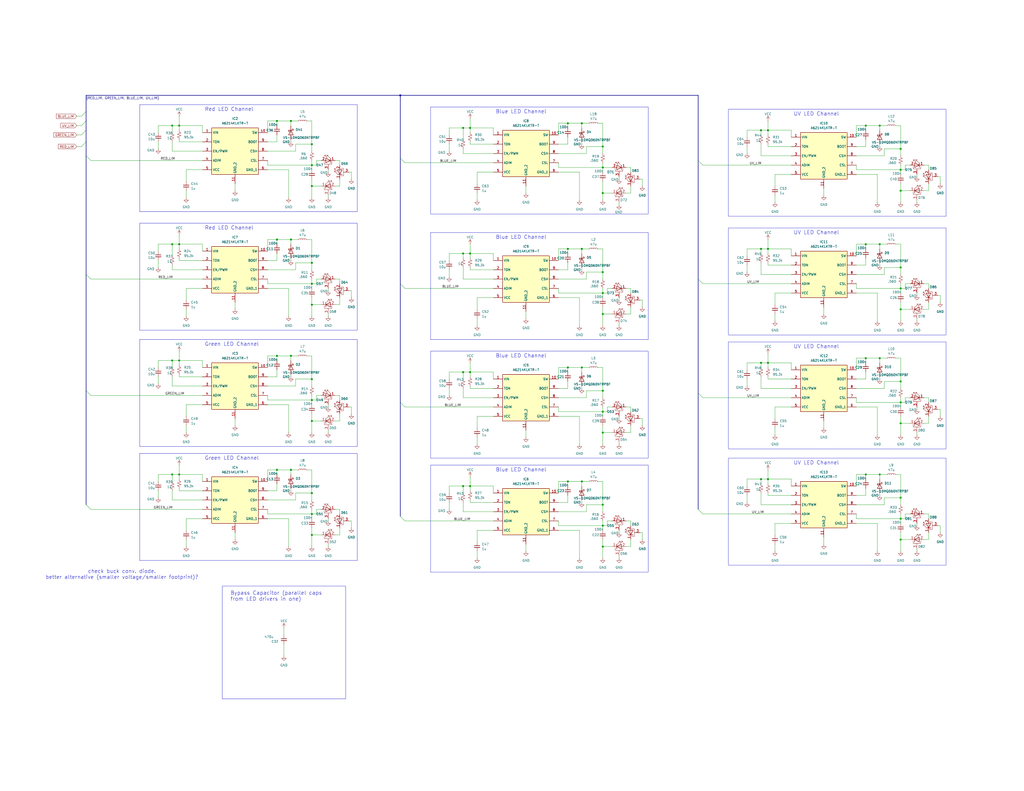
<source format=kicad_sch>
(kicad_sch (version 20231120) (generator "eeschema") (generator_version "8.0")
  (paper "C")
  (junction (at 252.73 265.43))
  (junction (at 309.88 135.89))
  (junction (at 151.13 194.31))
  (junction (at 480.06 259.08))
  (junction (at 170.18 280.67))
  (junction (at 170.18 101.6))
  (junction (at 472.44 68.58))
  (junction (at 328.93 287.02))
  (junction (at 170.18 269.24))
  (junction (at 491.49 168.91))
  (junction (at 328.93 298.45))
  (junction (at 93.98 133.35))
  (junction (at 491.49 157.48))
  (junction (at 151.13 130.81))
  (junction (at 328.93 224.79))
  (junction (at 317.5 67.31))
  (junction (at 328.93 91.44))
  (junction (at 472.44 133.35))
  (junction (at 472.44 195.58))
  (junction (at 328.93 213.36))
  (junction (at 97.79 259.08))
  (junction (at 419.1 198.12))
  (junction (at 97.79 68.58))
  (junction (at 419.1 71.12))
  (junction (at 93.98 68.58))
  (junction (at 252.73 138.43))
  (junction (at 170.18 90.17))
  (junction (at 472.44 259.08))
  (junction (at 170.18 78.74))
  (junction (at 170.18 229.87))
  (junction (at 491.49 283.21))
  (junction (at 317.5 135.89))
  (junction (at 328.93 275.59))
  (junction (at 97.79 196.85))
  (junction (at 480.06 195.58))
  (junction (at 328.93 160.02))
  (junction (at 491.49 219.71))
  (junction (at 218.44 52.07))
  (junction (at 158.75 256.54))
  (junction (at 491.49 271.78))
  (junction (at 256.54 265.43))
  (junction (at 317.5 262.89))
  (junction (at 317.5 200.66))
  (junction (at 256.54 203.2))
  (junction (at 491.49 146.05))
  (junction (at 309.88 262.89))
  (junction (at 252.73 203.2))
  (junction (at 328.93 236.22))
  (junction (at 491.49 81.28))
  (junction (at 328.93 80.01))
  (junction (at 309.88 200.66))
  (junction (at 415.29 71.12))
  (junction (at 419.1 261.62))
  (junction (at 151.13 256.54))
  (junction (at 170.18 218.44))
  (junction (at 491.49 231.14))
  (junction (at 170.18 143.51))
  (junction (at 491.49 92.71))
  (junction (at 480.06 133.35))
  (junction (at 415.29 261.62))
  (junction (at 328.93 148.59))
  (junction (at 93.98 196.85))
  (junction (at 170.18 166.37))
  (junction (at 170.18 292.1))
  (junction (at 170.18 154.94))
  (junction (at 256.54 69.85))
  (junction (at 415.29 198.12))
  (junction (at 158.75 130.81))
  (junction (at 328.93 171.45))
  (junction (at 309.88 67.31))
  (junction (at 419.1 135.89))
  (junction (at 97.79 133.35))
  (junction (at 170.18 207.01))
  (junction (at 480.06 68.58))
  (junction (at 256.54 138.43))
  (junction (at 151.13 66.04))
  (junction (at 491.49 294.64))
  (junction (at 158.75 66.04))
  (junction (at 252.73 69.85))
  (junction (at 491.49 104.14))
  (junction (at 158.75 194.31))
  (junction (at 93.98 259.08))
  (junction (at 328.93 105.41))
  (junction (at 491.49 208.28))
  (junction (at 415.29 135.89))
  (bus_entry (at 381 214.63) (size 2.54 2.54))
  (bus_entry (at 218.44 86.36) (size 2.54 2.54))
  (bus_entry (at 46.99 77.47) (size -2.54 2.54))
  (bus_entry (at 381 152.4) (size 2.54 2.54))
  (bus_entry (at 46.99 71.12) (size -2.54 2.54))
  (bus_entry (at 218.44 154.94) (size 2.54 2.54))
  (bus_entry (at 46.99 149.86) (size 2.54 2.54))
  (bus_entry (at 46.99 60.96) (size -2.54 2.54))
  (bus_entry (at 381 278.13) (size 2.54 2.54))
  (bus_entry (at 381 87.63) (size 2.54 2.54))
  (bus_entry (at 218.44 281.94) (size 2.54 2.54))
  (bus_entry (at 218.44 219.71) (size 2.54 2.54))
  (bus_entry (at 46.99 85.09) (size 2.54 2.54))
  (bus_entry (at 46.99 275.59) (size 2.54 2.54))
  (bus_entry (at 46.99 213.36) (size 2.54 2.54))
  (bus_entry (at 46.99 66.04) (size -2.54 2.54))
  (bus (pts (xy 46.99 77.47) (xy 46.99 85.09)))
  (wire (pts (xy 506.73 227.33) (xy 506.73 231.14)))
  (wire (pts (xy 97.79 140.97) (xy 97.79 142.24)))
  (wire (pts (xy 309.88 270.51) (xy 309.88 274.32)))
  (wire (pts (xy 328.93 236.22) (xy 334.01 236.22)))
  (wire (pts (xy 220.98 284.48) (xy 269.24 284.48)))
  (wire (pts (xy 472.44 133.35) (xy 480.06 133.35)))
  (wire (pts (xy 511.81 96.52) (xy 513.08 96.52)))
  (wire (pts (xy 341.63 171.45) (xy 344.17 171.45)))
  (wire (pts (xy 86.36 267.97) (xy 86.36 271.78)))
  (wire (pts (xy 419.1 130.81) (xy 419.1 135.89)))
  (wire (pts (xy 513.08 161.29) (xy 513.08 165.1)))
  (wire (pts (xy 170.18 90.17) (xy 170.18 92.71)))
  (wire (pts (xy 467.36 157.48) (xy 491.49 157.48)))
  (wire (pts (xy 170.18 280.67) (xy 170.18 278.13)))
  (wire (pts (xy 185.42 278.13) (xy 185.42 280.67)))
  (wire (pts (xy 500.38 95.25) (xy 500.38 96.52)))
  (wire (pts (xy 349.25 228.6) (xy 350.52 228.6)))
  (wire (pts (xy 252.73 203.2) (xy 245.11 203.2)))
  (wire (pts (xy 344.17 157.48) (xy 344.17 160.02)))
  (wire (pts (xy 491.49 195.58) (xy 491.49 208.28)))
  (wire (pts (xy 309.88 67.31) (xy 317.5 67.31)))
  (bus (pts (xy 381 152.4) (xy 381 214.63)))
  (wire (pts (xy 480.06 133.35) (xy 480.06 135.89)))
  (wire (pts (xy 480.06 259.08) (xy 480.06 261.62)))
  (wire (pts (xy 128.27 165.1) (xy 128.27 168.91)))
  (wire (pts (xy 304.8 67.31) (xy 309.88 67.31)))
  (wire (pts (xy 415.29 269.24) (xy 415.29 275.59)))
  (wire (pts (xy 415.29 78.74) (xy 415.29 85.09)))
  (wire (pts (xy 467.36 283.21) (xy 491.49 283.21)))
  (wire (pts (xy 110.49 196.85) (xy 97.79 196.85)))
  (wire (pts (xy 93.98 259.08) (xy 93.98 262.89)))
  (wire (pts (xy 93.98 82.55) (xy 110.49 82.55)))
  (bus (pts (xy 46.99 213.36) (xy 46.99 275.59)))
  (wire (pts (xy 245.11 147.32) (xy 245.11 151.13)))
  (wire (pts (xy 86.36 205.74) (xy 86.36 209.55)))
  (wire (pts (xy 49.53 87.63) (xy 110.49 87.63)))
  (wire (pts (xy 328.93 224.79) (xy 328.93 227.33)))
  (wire (pts (xy 256.54 198.12) (xy 256.54 203.2)))
  (bus (pts (xy 46.99 52.07) (xy 46.99 60.96)))
  (wire (pts (xy 146.05 90.17) (xy 170.18 90.17)))
  (wire (pts (xy 93.98 77.47) (xy 93.98 82.55)))
  (wire (pts (xy 328.93 160.02) (xy 328.93 157.48)))
  (wire (pts (xy 146.05 256.54) (xy 151.13 256.54)))
  (wire (pts (xy 506.73 280.67) (xy 506.73 283.21)))
  (wire (pts (xy 337.82 289.56) (xy 337.82 290.83)))
  (wire (pts (xy 167.64 256.54) (xy 170.18 256.54)))
  (wire (pts (xy 252.73 69.85) (xy 245.11 69.85)))
  (wire (pts (xy 256.54 69.85) (xy 256.54 72.39)))
  (wire (pts (xy 491.49 208.28) (xy 491.49 212.09)))
  (wire (pts (xy 260.35 289.56) (xy 260.35 295.91)))
  (wire (pts (xy 415.29 261.62) (xy 415.29 264.16)))
  (wire (pts (xy 93.98 68.58) (xy 97.79 68.58)))
  (wire (pts (xy 472.44 68.58) (xy 480.06 68.58)))
  (wire (pts (xy 161.29 78.74) (xy 161.29 82.55)))
  (wire (pts (xy 328.93 287.02) (xy 331.47 287.02)))
  (wire (pts (xy 494.03 90.17) (xy 496.57 90.17)))
  (wire (pts (xy 491.49 81.28) (xy 491.49 85.09)))
  (wire (pts (xy 256.54 133.35) (xy 256.54 138.43)))
  (wire (pts (xy 407.67 135.89) (xy 407.67 139.7)))
  (wire (pts (xy 491.49 165.1) (xy 491.49 168.91)))
  (wire (pts (xy 93.98 267.97) (xy 93.98 273.05)))
  (wire (pts (xy 467.36 68.58) (xy 467.36 74.93)))
  (wire (pts (xy 419.1 270.51) (xy 431.8 270.51)))
  (wire (pts (xy 151.13 256.54) (xy 158.75 256.54)))
  (wire (pts (xy 478.79 160.02) (xy 478.79 175.26)))
  (wire (pts (xy 419.1 135.89) (xy 419.1 138.43)))
  (wire (pts (xy 337.82 303.53) (xy 337.82 304.8)))
  (wire (pts (xy 245.11 212.09) (xy 245.11 215.9)))
  (wire (pts (xy 320.04 275.59) (xy 328.93 275.59)))
  (wire (pts (xy 350.52 97.79) (xy 350.52 101.6)))
  (wire (pts (xy 328.93 99.06) (xy 328.93 105.41)))
  (wire (pts (xy 467.36 270.51) (xy 472.44 270.51)))
  (wire (pts (xy 422.91 95.25) (xy 422.91 101.6)))
  (wire (pts (xy 110.49 133.35) (xy 97.79 133.35)))
  (wire (pts (xy 506.73 217.17) (xy 506.73 219.71)))
  (wire (pts (xy 97.79 204.47) (xy 97.79 205.74)))
  (wire (pts (xy 304.8 67.31) (xy 304.8 73.66)))
  (wire (pts (xy 467.36 259.08) (xy 467.36 265.43)))
  (wire (pts (xy 467.36 195.58) (xy 467.36 201.93)))
  (wire (pts (xy 467.36 144.78) (xy 472.44 144.78)))
  (wire (pts (xy 491.49 92.71) (xy 491.49 95.25)))
  (bus (pts (xy 381 87.63) (xy 381 152.4)))
  (wire (pts (xy 191.77 284.48) (xy 191.77 288.29)))
  (wire (pts (xy 482.6 208.28) (xy 482.6 212.09)))
  (wire (pts (xy 407.67 270.51) (xy 407.67 274.32)))
  (wire (pts (xy 93.98 133.35) (xy 93.98 139.7)))
  (wire (pts (xy 344.17 101.6) (xy 344.17 105.41)))
  (wire (pts (xy 179.07 234.95) (xy 179.07 236.22)))
  (wire (pts (xy 158.75 130.81) (xy 158.75 133.35)))
  (wire (pts (xy 317.5 67.31) (xy 321.31 67.31)))
  (wire (pts (xy 151.13 66.04) (xy 158.75 66.04)))
  (wire (pts (xy 328.93 275.59) (xy 328.93 279.4)))
  (wire (pts (xy 328.93 298.45) (xy 328.93 304.8)))
  (wire (pts (xy 309.88 143.51) (xy 309.88 147.32)))
  (wire (pts (xy 419.1 71.12) (xy 419.1 73.66)))
  (wire (pts (xy 407.67 207.01) (xy 407.67 210.82)))
  (wire (pts (xy 491.49 157.48) (xy 494.03 157.48)))
  (wire (pts (xy 97.79 76.2) (xy 97.79 77.47)))
  (wire (pts (xy 172.72 152.4) (xy 175.26 152.4)))
  (wire (pts (xy 146.05 90.17) (xy 146.05 87.63)))
  (wire (pts (xy 431.8 222.25) (xy 422.91 222.25)))
  (wire (pts (xy 161.29 143.51) (xy 170.18 143.51)))
  (wire (pts (xy 316.23 227.33) (xy 316.23 242.57)))
  (wire (pts (xy 328.93 213.36) (xy 328.93 217.17)))
  (wire (pts (xy 467.36 219.71) (xy 467.36 217.17)))
  (wire (pts (xy 179.07 171.45) (xy 179.07 172.72)))
  (wire (pts (xy 328.93 298.45) (xy 334.01 298.45)))
  (wire (pts (xy 93.98 196.85) (xy 86.36 196.85)))
  (wire (pts (xy 252.73 76.2) (xy 252.73 69.85)))
  (wire (pts (xy 491.49 92.71) (xy 491.49 90.17)))
  (wire (pts (xy 158.75 194.31) (xy 158.75 196.85)))
  (wire (pts (xy 170.18 154.94) (xy 170.18 157.48)))
  (wire (pts (xy 472.44 261.62) (xy 472.44 259.08)))
  (wire (pts (xy 110.49 92.71) (xy 101.6 92.71)))
  (wire (pts (xy 415.29 71.12) (xy 415.29 73.66)))
  (wire (pts (xy 344.17 222.25) (xy 344.17 224.79)))
  (wire (pts (xy 97.79 254) (xy 97.79 259.08)))
  (wire (pts (xy 482.6 81.28) (xy 482.6 85.09)))
  (wire (pts (xy 350.52 163.83) (xy 350.52 167.64)))
  (wire (pts (xy 170.18 256.54) (xy 170.18 269.24)))
  (wire (pts (xy 317.5 135.89) (xy 317.5 138.43)))
  (wire (pts (xy 170.18 229.87) (xy 170.18 236.22)))
  (wire (pts (xy 146.05 280.67) (xy 146.05 278.13)))
  (wire (pts (xy 269.24 265.43) (xy 256.54 265.43)))
  (wire (pts (xy 488.95 259.08) (xy 491.49 259.08)))
  (wire (pts (xy 179.07 283.21) (xy 179.07 284.48)))
  (wire (pts (xy 182.88 278.13) (xy 185.42 278.13)))
  (wire (pts (xy 491.49 168.91) (xy 496.57 168.91)))
  (wire (pts (xy 431.8 160.02) (xy 422.91 160.02)))
  (wire (pts (xy 344.17 284.48) (xy 344.17 287.02)))
  (wire (pts (xy 511.81 223.52) (xy 513.08 223.52)))
  (wire (pts (xy 182.88 101.6) (xy 185.42 101.6)))
  (wire (pts (xy 158.75 256.54) (xy 162.56 256.54)))
  (wire (pts (xy 467.36 68.58) (xy 472.44 68.58)))
  (wire (pts (xy 491.49 219.71) (xy 491.49 217.17)))
  (wire (pts (xy 304.8 224.79) (xy 304.8 222.25)))
  (wire (pts (xy 491.49 219.71) (xy 494.03 219.71)))
  (wire (pts (xy 309.88 135.89) (xy 317.5 135.89)))
  (wire (pts (xy 287.02 170.18) (xy 287.02 173.99)))
  (wire (pts (xy 494.03 157.48) (xy 494.03 154.94)))
  (wire (pts (xy 161.29 269.24) (xy 161.29 273.05)))
  (wire (pts (xy 383.54 217.17) (xy 431.8 217.17)))
  (wire (pts (xy 478.79 222.25) (xy 478.79 237.49)))
  (wire (pts (xy 337.82 110.49) (xy 337.82 111.76)))
  (wire (pts (xy 504.19 168.91) (xy 506.73 168.91)))
  (wire (pts (xy 304.8 91.44) (xy 328.93 91.44)))
  (wire (pts (xy 97.79 63.5) (xy 97.79 68.58)))
  (wire (pts (xy 480.06 195.58) (xy 480.06 198.12)))
  (wire (pts (xy 328.93 105.41) (xy 334.01 105.41)))
  (wire (pts (xy 480.06 133.35) (xy 483.87 133.35)))
  (wire (pts (xy 328.93 80.01) (xy 328.93 83.82)))
  (wire (pts (xy 415.29 135.89) (xy 407.67 135.89)))
  (wire (pts (xy 146.05 130.81) (xy 146.05 137.16)))
  (wire (pts (xy 467.36 195.58) (xy 472.44 195.58)))
  (wire (pts (xy 256.54 138.43) (xy 256.54 140.97)))
  (wire (pts (xy 491.49 259.08) (xy 491.49 271.78)))
  (wire (pts (xy 151.13 138.43) (xy 151.13 142.24)))
  (wire (pts (xy 344.17 232.41) (xy 344.17 236.22)))
  (wire (pts (xy 328.93 200.66) (xy 328.93 213.36)))
  (wire (pts (xy 316.23 93.98) (xy 316.23 109.22)))
  (wire (pts (xy 513.08 223.52) (xy 513.08 227.33)))
  (wire (pts (xy 506.73 290.83) (xy 506.73 294.64)))
  (wire (pts (xy 260.35 173.99) (xy 260.35 177.8)))
  (wire (pts (xy 326.39 200.66) (xy 328.93 200.66)))
  (wire (pts (xy 172.72 87.63) (xy 175.26 87.63)))
  (wire (pts (xy 467.36 207.01) (xy 472.44 207.01)))
  (wire (pts (xy 491.49 294.64) (xy 491.49 300.99)))
  (wire (pts (xy 480.06 259.08) (xy 483.87 259.08)))
  (wire (pts (xy 269.24 142.24) (xy 269.24 138.43)))
  (wire (pts (xy 431.8 265.43) (xy 431.8 261.62)))
  (wire (pts (xy 491.49 168.91) (xy 491.49 175.26)))
  (wire (pts (xy 480.06 269.24) (xy 480.06 270.51)))
  (wire (pts (xy 179.07 157.48) (xy 179.07 158.75)))
  (wire (pts (xy 185.42 288.29) (xy 185.42 292.1)))
  (wire (pts (xy 252.73 203.2) (xy 252.73 207.01)))
  (wire (pts (xy 513.08 287.02) (xy 513.08 290.83)))
  (wire (pts (xy 161.29 207.01) (xy 170.18 207.01)))
  (wire (pts (xy 341.63 222.25) (xy 344.17 222.25)))
  (wire (pts (xy 101.6 168.91) (xy 101.6 172.72)))
  (wire (pts (xy 245.11 265.43) (xy 245.11 269.24)))
  (wire (pts (xy 407.67 144.78) (xy 407.67 148.59)))
  (wire (pts (xy 170.18 218.44) (xy 172.72 218.44)))
  (wire (pts (xy 304.8 262.89) (xy 309.88 262.89)))
  (wire (pts (xy 337.82 176.53) (xy 337.82 177.8)))
  (wire (pts (xy 170.18 130.81) (xy 170.18 143.51)))
  (wire (pts (xy 252.73 146.05) (xy 252.73 152.4)))
  (wire (pts (xy 97.79 196.85) (xy 97.79 199.39)))
  (wire (pts (xy 513.08 96.52) (xy 513.08 100.33)))
  (wire (pts (xy 158.75 256.54) (xy 158.75 259.08)))
  (wire (pts (xy 316.23 289.56) (xy 304.8 289.56)))
  (wire (pts (xy 179.07 220.98) (xy 179.07 222.25)))
  (wire (pts (xy 146.05 205.74) (xy 151.13 205.74)))
  (wire (pts (xy 304.8 262.89) (xy 304.8 269.24)))
  (wire (pts (xy 151.13 196.85) (xy 151.13 194.31)))
  (wire (pts (xy 419.1 256.54) (xy 419.1 261.62)))
  (bus (pts (xy 46.99 60.96) (xy 46.99 66.04)))
  (wire (pts (xy 256.54 78.74) (xy 269.24 78.74)))
  (wire (pts (xy 478.79 285.75) (xy 478.79 300.99)))
  (wire (pts (xy 260.35 300.99) (xy 260.35 304.8)))
  (wire (pts (xy 101.6 283.21) (xy 101.6 289.56)))
  (wire (pts (xy 472.44 203.2) (xy 472.44 207.01)))
  (wire (pts (xy 170.18 218.44) (xy 170.18 220.98)))
  (wire (pts (xy 449.58 102.87) (xy 449.58 106.68)))
  (wire (pts (xy 269.24 207.01) (xy 269.24 203.2)))
  (wire (pts (xy 304.8 200.66) (xy 304.8 207.01)))
  (wire (pts (xy 170.18 280.67) (xy 172.72 280.67)))
  (wire (pts (xy 304.8 160.02) (xy 304.8 157.48)))
  (wire (pts (xy 93.98 133.35) (xy 86.36 133.35)))
  (wire (pts (xy 110.49 262.89) (xy 110.49 259.08)))
  (wire (pts (xy 170.18 194.31) (xy 170.18 207.01)))
  (wire (pts (xy 500.38 236.22) (xy 500.38 237.49)))
  (wire (pts (xy 157.48 220.98) (xy 157.48 236.22)))
  (wire (pts (xy 328.93 171.45) (xy 328.93 177.8)))
  (wire (pts (xy 422.91 106.68) (xy 422.91 110.49)))
  (wire (pts (xy 383.54 280.67) (xy 431.8 280.67)))
  (bus (pts (xy 46.99 71.12) (xy 46.99 77.47)))
  (wire (pts (xy 161.29 82.55) (xy 146.05 82.55)))
  (wire (pts (xy 491.49 104.14) (xy 491.49 110.49)))
  (wire (pts (xy 415.29 149.86) (xy 431.8 149.86)))
  (wire (pts (xy 419.1 193.04) (xy 419.1 198.12)))
  (bus (pts (xy 218.44 86.36) (xy 218.44 154.94)))
  (wire (pts (xy 504.19 154.94) (xy 506.73 154.94)))
  (wire (pts (xy 151.13 68.58) (xy 151.13 66.04)))
  (wire (pts (xy 491.49 283.21) (xy 494.03 283.21)))
  (wire (pts (xy 478.79 95.25) (xy 478.79 110.49)))
  (wire (pts (xy 161.29 269.24) (xy 170.18 269.24)))
  (wire (pts (xy 478.79 95.25) (xy 467.36 95.25)))
  (wire (pts (xy 304.8 135.89) (xy 309.88 135.89)))
  (wire (pts (xy 287.02 234.95) (xy 287.02 238.76)))
  (wire (pts (xy 491.49 146.05) (xy 491.49 149.86)))
  (wire (pts (xy 309.88 208.28) (xy 309.88 212.09)))
  (wire (pts (xy 482.6 212.09) (xy 467.36 212.09)))
  (wire (pts (xy 260.35 227.33) (xy 260.35 233.68)))
  (wire (pts (xy 500.38 222.25) (xy 500.38 223.52)))
  (wire (pts (xy 158.75 266.7) (xy 158.75 267.97)))
  (wire (pts (xy 422.91 160.02) (xy 422.91 166.37)))
  (wire (pts (xy 317.5 135.89) (xy 321.31 135.89)))
  (wire (pts (xy 472.44 140.97) (xy 472.44 144.78)))
  (wire (pts (xy 337.82 162.56) (xy 337.82 163.83)))
  (wire (pts (xy 151.13 259.08) (xy 151.13 256.54)))
  (wire (pts (xy 170.18 207.01) (xy 170.18 210.82)))
  (wire (pts (xy 256.54 273.05) (xy 256.54 274.32)))
  (wire (pts (xy 260.35 105.41) (xy 260.35 109.22)))
  (bus (pts (xy 218.44 154.94) (xy 218.44 219.71)))
  (wire (pts (xy 93.98 210.82) (xy 110.49 210.82)))
  (wire (pts (xy 182.88 215.9) (xy 185.42 215.9)))
  (wire (pts (xy 328.93 262.89) (xy 328.93 275.59)))
  (wire (pts (xy 491.49 92.71) (xy 494.03 92.71)))
  (wire (pts (xy 269.24 269.24) (xy 269.24 265.43)))
  (wire (pts (xy 146.05 280.67) (xy 170.18 280.67)))
  (wire (pts (xy 415.29 198.12) (xy 419.1 198.12)))
  (wire (pts (xy 110.49 259.08) (xy 97.79 259.08)))
  (wire (pts (xy 256.54 77.47) (xy 256.54 78.74)))
  (wire (pts (xy 170.18 143.51) (xy 170.18 147.32)))
  (wire (pts (xy 179.07 106.68) (xy 179.07 107.95)))
  (wire (pts (xy 415.29 71.12) (xy 407.67 71.12)))
  (wire (pts (xy 415.29 143.51) (xy 415.29 149.86)))
  (wire (pts (xy 146.05 194.31) (xy 151.13 194.31)))
  (wire (pts (xy 506.73 100.33) (xy 506.73 104.14)))
  (wire (pts (xy 97.79 191.77) (xy 97.79 196.85)))
  (wire (pts (xy 269.24 162.56) (xy 260.35 162.56)))
  (wire (pts (xy 309.88 262.89) (xy 317.5 262.89)))
  (wire (pts (xy 491.49 294.64) (xy 496.57 294.64)))
  (wire (pts (xy 110.49 68.58) (xy 97.79 68.58)))
  (wire (pts (xy 511.81 161.29) (xy 513.08 161.29)))
  (wire (pts (xy 110.49 220.98) (xy 101.6 220.98)))
  (wire (pts (xy 317.5 77.47) (xy 317.5 78.74)))
  (wire (pts (xy 480.06 205.74) (xy 480.06 207.01)))
  (bus (pts (xy 381 214.63) (xy 381 278.13)))
  (wire (pts (xy 146.05 66.04) (xy 146.05 72.39)))
  (wire (pts (xy 482.6 271.78) (xy 482.6 275.59)))
  (wire (pts (xy 86.36 133.35) (xy 86.36 137.16)))
  (wire (pts (xy 478.79 285.75) (xy 467.36 285.75)))
  (wire (pts (xy 328.93 105.41) (xy 328.93 109.22)))
  (wire (pts (xy 97.79 266.7) (xy 97.79 267.97)))
  (wire (pts (xy 320.04 148.59) (xy 328.93 148.59)))
  (wire (pts (xy 256.54 64.77) (xy 256.54 69.85)))
  (wire (pts (xy 309.88 200.66) (xy 317.5 200.66)))
  (wire (pts (xy 309.88 265.43) (xy 309.88 262.89)))
  (wire (pts (xy 170.18 288.29) (xy 170.18 292.1)))
  (wire (pts (xy 86.36 142.24) (xy 86.36 146.05)))
  (wire (pts (xy 157.48 283.21) (xy 157.48 298.45)))
  (bus (pts (xy 46.99 52.07) (xy 218.44 52.07)))
  (wire (pts (xy 252.73 265.43) (xy 245.11 265.43)))
  (wire (pts (xy 269.24 203.2) (xy 256.54 203.2)))
  (wire (pts (xy 170.18 269.24) (xy 170.18 273.05)))
  (wire (pts (xy 337.82 96.52) (xy 337.82 97.79)))
  (wire (pts (xy 317.5 146.05) (xy 317.5 147.32)))
  (wire (pts (xy 488.95 68.58) (xy 491.49 68.58)))
  (wire (pts (xy 256.54 265.43) (xy 256.54 267.97)))
  (wire (pts (xy 269.24 73.66) (xy 269.24 69.85)))
  (wire (pts (xy 158.75 194.31) (xy 162.56 194.31)))
  (wire (pts (xy 157.48 92.71) (xy 146.05 92.71)))
  (wire (pts (xy 154.94 342.9) (xy 154.94 346.71)))
  (wire (pts (xy 252.73 279.4) (xy 269.24 279.4)))
  (wire (pts (xy 320.04 80.01) (xy 320.04 83.82)))
  (wire (pts (xy 480.06 68.58) (xy 480.06 71.12)))
  (wire (pts (xy 344.17 167.64) (xy 344.17 171.45)))
  (wire (pts (xy 161.29 210.82) (xy 146.05 210.82)))
  (wire (pts (xy 449.58 293.37) (xy 449.58 297.18)))
  (wire (pts (xy 494.03 92.71) (xy 494.03 90.17)))
  (wire (pts (xy 182.88 152.4) (xy 185.42 152.4)))
  (wire (pts (xy 170.18 78.74) (xy 170.18 82.55)))
  (wire (pts (xy 157.48 157.48) (xy 146.05 157.48)))
  (wire (pts (xy 331.47 160.02) (xy 331.47 157.48)))
  (wire (pts (xy 101.6 92.71) (xy 101.6 99.06)))
  (wire (pts (xy 337.82 227.33) (xy 337.82 228.6)))
  (wire (pts (xy 304.8 200.66) (xy 309.88 200.66)))
  (wire (pts (xy 304.8 147.32) (xy 309.88 147.32)))
  (wire (pts (xy 146.05 130.81) (xy 151.13 130.81)))
  (wire (pts (xy 504.19 294.64) (xy 506.73 294.64)))
  (wire (pts (xy 422.91 233.68) (xy 422.91 237.49)))
  (wire (pts (xy 167.64 66.04) (xy 170.18 66.04)))
  (wire (pts (xy 146.05 154.94) (xy 170.18 154.94)))
  (wire (pts (xy 491.49 290.83) (xy 491.49 294.64)))
  (wire (pts (xy 328.93 135.89) (xy 328.93 148.59)))
  (wire (pts (xy 467.36 133.35) (xy 472.44 133.35)))
  (wire (pts (xy 185.42 87.63) (xy 185.42 90.17)))
  (wire (pts (xy 328.93 224.79) (xy 328.93 222.25)))
  (wire (pts (xy 304.8 274.32) (xy 309.88 274.32)))
  (wire (pts (xy 491.49 283.21) (xy 491.49 285.75)))
  (wire (pts (xy 422.91 297.18) (xy 422.91 300.99)))
  (wire (pts (xy 344.17 91.44) (xy 344.17 93.98)))
  (wire (pts (xy 269.24 93.98) (xy 260.35 93.98)))
  (wire (pts (xy 172.72 154.94) (xy 172.72 152.4)))
  (wire (pts (xy 482.6 149.86) (xy 467.36 149.86)))
  (wire (pts (xy 407.67 261.62) (xy 407.67 265.43)))
  (wire (pts (xy 151.13 133.35) (xy 151.13 130.81)))
  (wire (pts (xy 151.13 201.93) (xy 151.13 205.74)))
  (wire (pts (xy 170.18 226.06) (xy 170.18 229.87)))
  (bus (pts (xy 218.44 52.07) (xy 381 52.07)))
  (wire (pts (xy 252.73 69.85) (xy 256.54 69.85)))
  (wire (pts (xy 260.35 162.56) (xy 260.35 168.91)))
  (wire (pts (xy 326.39 67.31) (xy 328.93 67.31)))
  (wire (pts (xy 467.36 259.08) (xy 472.44 259.08)))
  (wire (pts (xy 449.58 229.87) (xy 449.58 233.68)))
  (wire (pts (xy 316.23 162.56) (xy 316.23 177.8)))
  (wire (pts (xy 494.03 219.71) (xy 494.03 217.17)))
  (wire (pts (xy 407.67 198.12) (xy 407.67 201.93)))
  (wire (pts (xy 172.72 218.44) (xy 172.72 215.9)))
  (wire (pts (xy 419.1 207.01) (xy 431.8 207.01)))
  (wire (pts (xy 320.04 152.4) (xy 304.8 152.4)))
  (wire (pts (xy 101.6 104.14) (xy 101.6 107.95)))
  (wire (pts (xy 419.1 144.78) (xy 431.8 144.78)))
  (wire (pts (xy 161.29 273.05) (xy 146.05 273.05)))
  (wire (pts (xy 151.13 73.66) (xy 151.13 77.47)))
  (wire (pts (xy 185.42 97.79) (xy 185.42 101.6)))
  (wire (pts (xy 170.18 154.94) (xy 170.18 152.4)))
  (wire (pts (xy 157.48 220.98) (xy 146.05 220.98)))
  (wire (pts (xy 350.52 228.6) (xy 350.52 232.41)))
  (wire (pts (xy 419.1 205.74) (xy 419.1 207.01)))
  (wire (pts (xy 170.18 229.87) (xy 175.26 229.87)))
  (wire (pts (xy 415.29 205.74) (xy 415.29 212.09)))
  (wire (pts (xy 422.91 222.25) (xy 422.91 228.6)))
  (wire (pts (xy 260.35 93.98) (xy 260.35 100.33)))
  (wire (pts (xy 146.05 154.94) (xy 146.05 152.4)))
  (wire (pts (xy 449.58 167.64) (xy 449.58 171.45)))
  (wire (pts (xy 316.23 93.98) (xy 304.8 93.98)))
  (wire (pts (xy 93.98 196.85) (xy 97.79 196.85)))
  (wire (pts (xy 190.5 222.25) (xy 191.77 222.25)))
  (wire (pts (xy 41.91 68.58) (xy 44.45 68.58)))
  (wire (pts (xy 252.73 265.43) (xy 252.73 269.24)))
  (wire (pts (xy 146.05 267.97) (xy 151.13 267.97)))
  (wire (pts (xy 504.19 104.14) (xy 506.73 104.14)))
  (wire (pts (xy 431.8 135.89) (xy 419.1 135.89)))
  (wire (pts (xy 494.03 283.21) (xy 494.03 280.67)))
  (wire (pts (xy 467.36 283.21) (xy 467.36 280.67)))
  (wire (pts (xy 256.54 260.35) (xy 256.54 265.43)))
  (wire (pts (xy 419.1 66.04) (xy 419.1 71.12)))
  (wire (pts (xy 151.13 194.31) (xy 158.75 194.31)))
  (wire (pts (xy 491.49 133.35) (xy 491.49 146.05)))
  (wire (pts (xy 491.49 219.71) (xy 491.49 222.25)))
  (wire (pts (xy 341.63 157.48) (xy 344.17 157.48)))
  (wire (pts (xy 415.29 275.59) (xy 431.8 275.59)))
  (wire (pts (xy 349.25 290.83) (xy 350.52 290.83)))
  (wire (pts (xy 93.98 144.78) (xy 93.98 147.32)))
  (wire (pts (xy 482.6 146.05) (xy 491.49 146.05)))
  (wire (pts (xy 491.49 231.14) (xy 496.57 231.14)))
  (wire (pts (xy 491.49 100.33) (xy 491.49 104.14)))
  (wire (pts (xy 158.75 76.2) (xy 158.75 77.47)))
  (wire (pts (xy 467.36 92.71) (xy 467.36 90.17)))
  (wire (pts (xy 317.5 67.31) (xy 317.5 69.85)))
  (wire (pts (xy 185.42 215.9) (xy 185.42 218.44)))
  (wire (pts (xy 488.95 195.58) (xy 491.49 195.58)))
  (wire (pts (xy 287.02 101.6) (xy 287.02 105.41)))
  (wire (pts (xy 472.44 266.7) (xy 472.44 270.51)))
  (wire (pts (xy 326.39 135.89) (xy 328.93 135.89)))
  (wire (pts (xy 185.42 162.56) (xy 185.42 166.37)))
  (wire (pts (xy 422.91 285.75) (xy 422.91 292.1)))
  (wire (pts (xy 328.93 160.02) (xy 331.47 160.02)))
  (wire (pts (xy 110.49 200.66) (xy 110.49 196.85)))
  (wire (pts (xy 431.8 139.7) (xy 431.8 135.89)))
  (wire (pts (xy 256.54 147.32) (xy 269.24 147.32)))
  (wire (pts (xy 383.54 90.17) (xy 431.8 90.17)))
  (wire (pts (xy 269.24 138.43) (xy 256.54 138.43)))
  (wire (pts (xy 110.49 157.48) (xy 101.6 157.48)))
  (wire (pts (xy 431.8 71.12) (xy 419.1 71.12)))
  (wire (pts (xy 304.8 287.02) (xy 304.8 284.48)))
  (wire (pts (xy 317.5 262.89) (xy 321.31 262.89)))
  (wire (pts (xy 317.5 200.66) (xy 317.5 203.2)))
  (wire (pts (xy 328.93 224.79) (xy 331.47 224.79)))
  (wire (pts (xy 415.29 198.12) (xy 415.29 200.66)))
  (wire (pts (xy 491.49 157.48) (xy 491.49 154.94)))
  (wire (pts (xy 328.93 91.44) (xy 328.93 88.9)))
  (wire (pts (xy 110.49 283.21) (xy 101.6 283.21)))
  (wire (pts (xy 407.67 80.01) (xy 407.67 83.82)))
  (bus (pts (xy 46.99 85.09) (xy 46.99 149.86)))
  (wire (pts (xy 341.63 236.22) (xy 344.17 236.22)))
  (wire (pts (xy 151.13 130.81) (xy 158.75 130.81)))
  (wire (pts (xy 170.18 166.37) (xy 175.26 166.37)))
  (wire (pts (xy 317.5 210.82) (xy 317.5 212.09)))
  (wire (pts (xy 49.53 152.4) (xy 110.49 152.4)))
  (wire (pts (xy 256.54 274.32) (xy 269.24 274.32)))
  (wire (pts (xy 170.18 97.79) (xy 170.18 101.6)))
  (wire (pts (xy 317.5 273.05) (xy 317.5 274.32)))
  (wire (pts (xy 500.38 285.75) (xy 500.38 287.02)))
  (wire (pts (xy 320.04 83.82) (xy 304.8 83.82)))
  (wire (pts (xy 86.36 196.85) (xy 86.36 200.66)))
  (wire (pts (xy 252.73 212.09) (xy 252.73 217.17)))
  (wire (pts (xy 422.91 171.45) (xy 422.91 175.26)))
  (wire (pts (xy 158.75 66.04) (xy 162.56 66.04)))
  (wire (pts (xy 383.54 154.94) (xy 431.8 154.94)))
  (wire (pts (xy 482.6 208.28) (xy 491.49 208.28)))
  (wire (pts (xy 309.88 138.43) (xy 309.88 135.89)))
  (wire (pts (xy 191.77 158.75) (xy 191.77 162.56)))
  (wire (pts (xy 101.6 220.98) (xy 101.6 227.33)))
  (wire (pts (xy 494.03 217.17) (xy 496.57 217.17)))
  (wire (pts (xy 252.73 138.43) (xy 252.73 140.97)))
  (wire (pts (xy 93.98 133.35) (xy 97.79 133.35)))
  (wire (pts (xy 511.81 287.02) (xy 513.08 287.02)))
  (wire (pts (xy 182.88 292.1) (xy 185.42 292.1)))
  (wire (pts (xy 170.18 90.17) (xy 170.18 87.63)))
  (wire (pts (xy 97.79 142.24) (xy 110.49 142.24)))
  (wire (pts (xy 328.93 287.02) (xy 328.93 289.56)))
  (wire (pts (xy 110.49 137.16) (xy 110.49 133.35)))
  (wire (pts (xy 328.93 91.44) (xy 334.01 91.44)))
  (wire (pts (xy 190.5 93.98) (xy 191.77 93.98)))
  (wire (pts (xy 480.06 78.74) (xy 480.06 80.01)))
  (wire (pts (xy 472.44 259.08) (xy 480.06 259.08)))
  (wire (pts (xy 252.73 138.43) (xy 245.11 138.43)))
  (wire (pts (xy 316.23 162.56) (xy 304.8 162.56)))
  (bus (pts (xy 218.44 52.07) (xy 218.44 86.36)))
  (wire (pts (xy 304.8 135.89) (xy 304.8 142.24)))
  (wire (pts (xy 331.47 222.25) (xy 334.01 222.25)))
  (wire (pts (xy 146.05 66.04) (xy 151.13 66.04)))
  (wire (pts (xy 316.23 227.33) (xy 304.8 227.33)))
  (wire (pts (xy 341.63 91.44) (xy 344.17 91.44)))
  (wire (pts (xy 146.05 218.44) (xy 170.18 218.44)))
  (wire (pts (xy 252.73 203.2) (xy 256.54 203.2)))
  (wire (pts (xy 317.5 262.89) (xy 317.5 265.43)))
  (wire (pts (xy 320.04 213.36) (xy 328.93 213.36)))
  (wire (pts (xy 472.44 71.12) (xy 472.44 68.58)))
  (wire (pts (xy 467.36 92.71) (xy 491.49 92.71)))
  (wire (pts (xy 97.79 133.35) (xy 97.79 135.89)))
  (wire (pts (xy 500.38 109.22) (xy 500.38 110.49)))
  (wire (pts (xy 260.35 238.76) (xy 260.35 242.57)))
  (wire (pts (xy 331.47 157.48) (xy 334.01 157.48)))
  (wire (pts (xy 146.05 142.24) (xy 151.13 142.24)))
  (bus (pts (xy 46.99 149.86) (xy 46.99 213.36)))
  (bus (pts (xy 381 52.07) (xy 381 87.63)))
  (wire (pts (xy 220.98 88.9) (xy 269.24 88.9)))
  (wire (pts (xy 328.93 167.64) (xy 328.93 171.45)))
  (wire (pts (xy 256.54 146.05) (xy 256.54 147.32)))
  (wire (pts (xy 157.48 92.71) (xy 157.48 107.95)))
  (wire (pts (xy 482.6 275.59) (xy 467.36 275.59)))
  (wire (pts (xy 320.04 217.17) (xy 304.8 217.17)))
  (wire (pts (xy 86.36 259.08) (xy 86.36 262.89)))
  (wire (pts (xy 482.6 81.28) (xy 491.49 81.28)))
  (wire (pts (xy 97.79 128.27) (xy 97.79 133.35)))
  (wire (pts (xy 256.54 210.82) (xy 256.54 212.09)))
  (wire (pts (xy 500.38 173.99) (xy 500.38 175.26)))
  (wire (pts (xy 304.8 160.02) (xy 328.93 160.02)))
  (wire (pts (xy 472.44 198.12) (xy 472.44 195.58)))
  (wire (pts (xy 170.18 101.6) (xy 170.18 107.95)))
  (wire (pts (xy 128.27 290.83) (xy 128.27 294.64)))
  (wire (pts (xy 256.54 212.09) (xy 269.24 212.09)))
  (wire (pts (xy 504.19 90.17) (xy 506.73 90.17)))
  (wire (pts (xy 472.44 195.58) (xy 480.06 195.58)))
  (wire (pts (xy 128.27 100.33) (xy 128.27 104.14)))
  (wire (pts (xy 245.11 274.32) (xy 245.11 278.13)))
  (wire (pts (xy 151.13 264.16) (xy 151.13 267.97)))
  (wire (pts (xy 320.04 275.59) (xy 320.04 279.4)))
  (wire (pts (xy 491.49 283.21) (xy 491.49 280.67)))
  (wire (pts (xy 344.17 294.64) (xy 344.17 298.45)))
  (wire (pts (xy 506.73 90.17) (xy 506.73 92.71)))
  (wire (pts (xy 170.18 292.1) (xy 175.26 292.1)))
  (wire (pts (xy 93.98 147.32) (xy 110.49 147.32)))
  (wire (pts (xy 337.82 241.3) (xy 337.82 242.57)))
  (wire (pts (xy 431.8 285.75) (xy 422.91 285.75)))
  (wire (pts (xy 328.93 171.45) (xy 334.01 171.45)))
  (wire (pts (xy 320.04 279.4) (xy 304.8 279.4)))
  (wire (pts (xy 101.6 232.41) (xy 101.6 236.22)))
  (wire (pts (xy 320.04 213.36) (xy 320.04 217.17)))
  (wire (pts (xy 158.75 140.97) (xy 158.75 142.24)))
  (wire (pts (xy 252.73 152.4) (xy 269.24 152.4)))
  (wire (pts (xy 500.38 299.72) (xy 500.38 300.99)))
  (wire (pts (xy 167.64 194.31) (xy 170.18 194.31)))
  (wire (pts (xy 158.75 130.81) (xy 162.56 130.81)))
  (wire (pts (xy 158.75 204.47) (xy 158.75 205.74)))
  (wire (pts (xy 172.72 90.17) (xy 172.72 87.63)))
  (wire (pts (xy 506.73 154.94) (xy 506.73 157.48)))
  (wire (pts (xy 478.79 160.02) (xy 467.36 160.02)))
  (wire (pts (xy 494.03 154.94) (xy 496.57 154.94)))
  (wire (pts (xy 491.49 68.58) (xy 491.49 81.28)))
  (wire (pts (xy 341.63 105.41) (xy 344.17 105.41)))
  (wire (pts (xy 482.6 146.05) (xy 482.6 149.86)))
  (wire (pts (xy 49.53 215.9) (xy 110.49 215.9)))
  (wire (pts (xy 415.29 71.12) (xy 419.1 71.12)))
  (wire (pts (xy 93.98 259.08) (xy 86.36 259.08)))
  (wire (pts (xy 504.19 280.67) (xy 506.73 280.67)))
  (wire (pts (xy 256.54 203.2) (xy 256.54 205.74)))
  (wire (pts (xy 328.93 67.31) (xy 328.93 80.01)))
  (wire (pts (xy 245.11 78.74) (xy 245.11 82.55)))
  (wire (pts (xy 415.29 212.09) (xy 431.8 212.09)))
  (wire (pts (xy 172.72 278.13) (xy 175.26 278.13)))
  (wire (pts (xy 101.6 294.64) (xy 101.6 298.45)))
  (bus (pts (xy 218.44 219.71) (xy 218.44 281.94)))
  (wire (pts (xy 179.07 297.18) (xy 179.07 298.45)))
  (wire (pts (xy 494.03 280.67) (xy 496.57 280.67)))
  (wire (pts (xy 93.98 205.74) (xy 93.98 210.82)))
  (wire (pts (xy 170.18 162.56) (xy 170.18 166.37)))
  (wire (pts (xy 467.36 219.71) (xy 491.49 219.71)))
  (wire (pts (xy 431.8 198.12) (xy 419.1 198.12)))
  (wire (pts (xy 252.73 217.17) (xy 269.24 217.17)))
  (wire (pts (xy 93.98 259.08) (xy 97.79 259.08)))
  (wire (pts (xy 101.6 157.48) (xy 101.6 163.83)))
  (wire (pts (xy 431.8 74.93) (xy 431.8 71.12)))
  (wire (pts (xy 491.49 157.48) (xy 491.49 160.02)))
  (wire (pts (xy 491.49 227.33) (xy 491.49 231.14)))
  (wire (pts (xy 146.05 256.54) (xy 146.05 262.89)))
  (wire (pts (xy 191.77 93.98) (xy 191.77 97.79)))
  (wire (pts (xy 185.42 226.06) (xy 185.42 229.87)))
  (wire (pts (xy 179.07 92.71) (xy 179.07 93.98)))
  (wire (pts (xy 478.79 222.25) (xy 467.36 222.25)))
  (wire (pts (xy 482.6 85.09) (xy 467.36 85.09)))
  (wire (pts (xy 328.93 148.59) (xy 328.93 152.4)))
  (wire (pts (xy 93.98 196.85) (xy 93.98 200.66)))
  (wire (pts (xy 431.8 95.25) (xy 422.91 95.25)))
  (wire (pts (xy 328.93 294.64) (xy 328.93 298.45)))
  (wire (pts (xy 350.52 290.83) (xy 350.52 294.64)))
  (wire (pts (xy 158.75 66.04) (xy 158.75 68.58)))
  (wire (pts (xy 415.29 85.09) (xy 431.8 85.09)))
  (wire (pts (xy 431.8 261.62) (xy 419.1 261.62)))
  (wire (pts (xy 506.73 165.1) (xy 506.73 168.91)))
  (wire (pts (xy 190.5 158.75) (xy 191.77 158.75)))
  (wire (pts (xy 170.18 292.1) (xy 170.18 298.45)))
  (wire (pts (xy 170.18 90.17) (xy 172.72 90.17)))
  (wire (pts (xy 331.47 284.48) (xy 334.01 284.48)))
  (wire (pts (xy 304.8 212.09) (xy 309.88 212.09)))
  (wire (pts (xy 128.27 228.6) (xy 128.27 232.41)))
  (wire (pts (xy 415.29 261.62) (xy 407.67 261.62)))
  (wire (pts (xy 467.36 157.48) (xy 467.36 154.94)))
  (wire (pts (xy 220.98 157.48) (xy 269.24 157.48)))
  (wire (pts (xy 480.06 68.58) (xy 483.87 68.58)))
  (wire (pts (xy 480.06 195.58) (xy 483.87 195.58)))
  (wire (pts (xy 245.11 69.85) (xy 245.11 73.66)))
  (wire (pts (xy 182.88 229.87) (xy 185.42 229.87)))
  (wire (pts (xy 467.36 133.35) (xy 467.36 139.7)))
  (wire (pts (xy 161.29 78.74) (xy 170.18 78.74)))
  (wire (pts (xy 415.29 135.89) (xy 419.1 135.89)))
  (wire (pts (xy 415.29 135.89) (xy 415.29 138.43)))
  (wire (pts (xy 157.48 157.48) (xy 157.48 172.72)))
  (wire (pts (xy 157.48 283.21) (xy 146.05 283.21)))
  (wire (pts (xy 431.8 201.93) (xy 431.8 198.12)))
  (wire (pts (xy 93.98 68.58) (xy 93.98 72.39)))
  (wire (pts (xy 500.38 160.02) (xy 500.38 161.29)))
  (wire (pts (xy 504.19 231.14) (xy 506.73 231.14)))
  (wire (pts (xy 341.63 284.48) (xy 344.17 284.48)))
  (wire (pts (xy 304.8 91.44) (xy 304.8 88.9)))
  (wire (pts (xy 154.94 351.79) (xy 154.94 358.14)))
  (wire (pts (xy 41.91 63.5) (xy 44.45 63.5)))
  (wire (pts (xy 415.29 261.62) (xy 419.1 261.62)))
  (wire (pts (xy 491.49 104.14) (xy 496.57 104.14)))
  (wire (pts (xy 146.05 218.44) (xy 146.05 215.9)))
  (wire (pts (xy 245.11 138.43) (xy 245.11 142.24)))
  (wire (pts (xy 146.05 77.47) (xy 151.13 77.47)))
  (wire (pts (xy 252.73 274.32) (xy 252.73 279.4)))
  (wire (pts (xy 170.18 154.94) (xy 172.72 154.94)))
  (wire (pts (xy 252.73 83.82) (xy 269.24 83.82)))
  (wire (pts (xy 320.04 148.59) (xy 320.04 152.4)))
  (wire (pts (xy 220.98 222.25) (xy 269.24 222.25)))
  (wire (pts (xy 328.93 232.41) (xy 328.93 236.22)))
  (wire (pts (xy 269.24 69.85) (xy 256.54 69.85)))
  (wire (pts (xy 328.93 91.44) (xy 328.93 93.98)))
  (wire (pts (xy 172.72 280.67) (xy 172.72 278.13)))
  (wire (pts (xy 161.29 143.51) (xy 161.29 147.32)))
  (wire (pts (xy 170.18 101.6) (xy 175.26 101.6)))
  (wire (pts (xy 170.18 66.04) (xy 170.18 78.74)))
  (wire (pts (xy 309.88 69.85) (xy 309.88 67.31)))
  (wire (pts (xy 317.5 200.66) (xy 321.31 200.66)))
  (wire (pts (xy 182.88 166.37) (xy 185.42 166.37)))
  (wire (pts (xy 326.39 262.89) (xy 328.93 262.89)))
  (wire (pts (xy 415.29 198.12) (xy 407.67 198.12)))
  (wire (pts (xy 252.73 265.43) (xy 256.54 265.43)))
  (wire (pts (xy 97.79 205.74) (xy 110.49 205.74)))
  (wire (pts (xy 328.93 236.22) (xy 328.93 242.57)))
  (wire (pts (xy 472.44 76.2) (xy 472.44 80.01)))
  (wire (pts (xy 504.19 217.17) (xy 506.73 217.17)))
  (wire (pts (xy 419.1 198.12) (xy 419.1 200.66)))
  (wire (pts (xy 146.05 194.31) (xy 146.05 200.66)))
  (wire (pts (xy 419.1 78.74) (xy 419.1 80.01)))
  (wire (pts (xy 488.95 133.35) (xy 491.49 133.35)))
  (wire (pts (xy 349.25 163.83) (xy 350.52 163.83)))
  (wire (pts (xy 419.1 261.62) (xy 419.1 264.16)))
  (bus (pts (xy 46.99 66.04) (xy 46.99 71.12)))
  (wire (pts (xy 304.8 224.79) (xy 328.93 224.79)))
  (wire (pts (xy 93.98 68.58) (xy 86.36 68.58)))
  (wire (pts (xy 341.63 298.45) (xy 344.17 298.45)))
  (wire (pts (xy 245.11 203.2) (xy 245.11 207.01)))
  (wire (pts (xy 86.36 68.58) (xy 86.36 72.39)))
  (wire (pts (xy 316.23 289.56) (xy 316.23 304.8)))
  (wire (pts (xy 41.91 80.01) (xy 44.45 80.01)))
  (wire (pts (xy 252.73 81.28) (xy 252.73 83.82)))
  (wire (pts (xy 170.18 280.67) (xy 170.18 283.21)))
  (wire (pts (xy 304.8 78.74) (xy 309.88 78.74)))
  (wire (pts (xy 269.24 289.56) (xy 260.35 289.56)))
  (wire (pts (xy 170.18 166.37) (xy 170.18 172.72)))
  (wire (pts (xy 97.79 267.97) (xy 110.49 267.97)))
  (wire (pts (xy 252.73 138.43) (xy 256.54 138.43)))
  (wire (pts (xy 161.29 207.01) (xy 161.29 210.82)))
  (wire (pts (xy 41.91 73.66) (xy 44.45 73.66)))
  (wire (pts (xy 309.88 203.2) (xy 309.88 200.66)))
  (wire (pts (xy 167.64 130.81) (xy 170.18 130.81)))
  (wire (pts (xy 349.25 97.79) (xy 350.52 97.79)))
  (wire (pts (xy 407.67 71.12) (xy 407.67 74.93)))
  (wire (pts (xy 467.36 80.01) (xy 472.44 80.01)))
  (wire (pts (xy 172.72 215.9) (xy 175.26 215.9)))
  (wire (pts (xy 304.8 287.02) (xy 328.93 287.02)))
  (wire (pts (xy 472.44 135.89) (xy 472.44 133.35)))
  (wire (pts (xy 331.47 287.02) (xy 331.47 284.48)))
  (wire (pts (xy 269.24 227.33) (xy 260.35 227.33)))
  (wire (pts (xy 331.47 224.79) (xy 331.47 222.25)))
  (wire (pts (xy 182.88 87.63) (xy 185.42 87.63)))
  (wire (pts (xy 287.02 297.18) (xy 287.02 300.99)))
  (wire (pts (xy 97.79 77.47) (xy 110.49 77.47)))
  (wire (pts (xy 419.1 80.01) (xy 431.8 80.01)))
  (wire (pts (xy 309.88 74.93) (xy 309.88 78.74)))
  (wire (pts (xy 86.36 77.47) (xy 86.36 81.28)))
  (wire (pts (xy 191.77 222.25) (xy 191.77 226.06)))
  (wire (pts (xy 419.1 143.51) (xy 419.1 144.78)))
  (wire (pts (xy 170.18 218.44) (xy 170.18 215.9)))
  (wire (pts (xy 328.93 287.02) (xy 328.93 284.48)))
  (wire (pts (xy 110.49 72.39) (xy 110.49 68.58)))
  (wire (pts (xy 419.1 269.24) (xy 419.1 270.51)))
  (wire (pts (xy 190.5 284.48) (xy 191.77 284.48)))
  (wire (pts (xy 491.49 231.14) (xy 491.49 237.49)))
  (wire (pts (xy 320.04 80.01) (xy 328.93 80.01)))
  (wire (pts (xy 328.93 160.02) (xy 328.93 162.56)))
  (wire (pts (xy 93.98 273.05) (xy 110.49 273.05)))
  (wire (pts (xy 97.79 259.08) (xy 97.79 261.62)))
  (wire (pts (xy 161.29 147.32) (xy 146.05 147.32)))
  (wire (pts (xy 482.6 271.78) (xy 491.49 271.78)))
  (wire (pts (xy 480.06 143.51) (xy 480.06 144.78)))
  (wire (pts (xy 491.49 271.78) (xy 491.49 275.59)))
  (wire (pts (xy 49.53 278.13) (xy 110.49 278.13)))
  (wire (pts (xy 185.42 152.4) (xy 185.42 154.94)))
  (wire (pts (xy 97.79 68.58) (xy 97.79 71.12)))
  (rectangle (start 397.51 59.69) (end 516.255 118.11))
  (rectangle (start 397.51 124.46) (end 516.255 182.88))
  (rectangle (start 234.95 254) (end 353.695 312.42))
  (rectangle (start 76.2 121.92) (end 194.945 180.34))
  (rectangle (start 234.95 127) (end 353.695 185.42))
  (rectangle (start 76.2 57.15) (end 194.945 115.57))
  (rectangle (start 397.51 186.69) (end 516.255 245.11))
  (rectangle (start 121.285 320.04) (end 188.595 381.635))
  (rectangle (start 234.95 58.42) (end 353.695 116.84))
  (rectangle (start 397.51 250.19) (end 516.255 308.61))
  (rectangle (start 76.2 185.42) (end 194.945 243.84))
  (rectangle (start 234.95 191.77) (end 353.695 250.19))
  (rectangle (start 76.2 247.65) (end 194.945 306.07))
  (text "check buck conv. diode.\nbetter alternative (smaller voltage/smaller footprint)?" (at 66.548 313.69 0) (effects (font (size 2 2))))
  (text "Red LED Channel" (at 111.76 125.73 0) (effects (font (size 2.032 2.032)) (justify left bottom)))
  (text "Blue LED Channel" (at 270.51 257.81 0) (effects (font (size 2.032 2.032)) (justify left bottom)))
  (text "UV LED Channel" (at 433.07 254 0) (effects (font (size 2.032 2.032)) (justify left bottom)))
  (text "Green LED Channel" (at 111.76 189.23 0) (effects (font (size 2.032 2.032)) (justify left bottom)))
  (text "Blue LED Channel" (at 270.51 62.23 0) (effects (font (size 2.032 2.032)) (justify left bottom)))
  (text "Blue LED Channel" (at 270.51 130.81 0) (effects (font (size 2.032 2.032)) (justify left bottom)))
  (text "UV LED Channel" (at 433.07 190.5 0) (effects (font (size 2.032 2.032)) (justify left bottom)))
  (text "Blue LED Channel" (at 270.51 195.58 0) (effects (font (size 2.032 2.032)) (justify left bottom)))
  (text "Bypass Capacitor (parallel caps \nfrom LED drivers in one)" (at 125.73 328.422 0) (effects (font (size 2.032 2.032)) (justify left bottom)))
  (text "UV LED Channel" (at 433.07 63.5 0) (effects (font (size 2.032 2.032)) (justify left bottom)))
  (text "UV LED Channel" (at 433.07 128.27 0) (effects (font (size 2.032 2.032)) (justify left bottom)))
  (text "Green LED Channel" (at 111.76 251.46 0) (effects (font (size 2.032 2.032)) (justify left bottom)))
  (text "Red LED Channel" (at 111.76 60.96 0) (effects (font (size 2.032 2.032)) (justify left bottom)))
  (label "UV_LIM" (at 407.67 154.94 0))
  (label "{RED_LIM, GREEN_LIM, BLUE_LIM, UV_LIM}" (at 46.99 54.61 0))
  (label "UV_LIM" (at 410.21 280.67 0))
  (label "BLUE_LIM" (at 242.57 222.25 0))
  (label "RED_LIM" (at 87.63 87.63 0))
  (label "BLUE_LIM" (at 240.03 88.9 0))
  (label "GREEN_LIM" (at 90.17 215.9 0))
  (label "GREEN_LIM" (at 83.82 278.13 0))
  (label "UV_LIM" (at 408.94 90.17 0))
  (label "RED_LIM" (at 86.36 152.4 0))
  (label "BLUE_LIM" (at 241.3 157.48 0))
  (label "UV_LIM" (at 407.67 217.17 0))
  (label "BLUE_LIM" (at 247.65 284.48 0))
  (global_label "BLUE_LIM" (shape input) (at 41.91 63.5 180) (property "Intersheetrefs" "${INTERSHEET_REFS}" (effects (hide yes))))
  (global_label "GREEN_LIM" (shape input) (at 41.91 73.66 180) (property "Intersheetrefs" "${INTERSHEET_REFS}" (effects (hide yes))))
  (global_label "RED_LIM" (shape input) (at 41.91 80.01 180) (property "Intersheetrefs" "${INTERSHEET_REFS}" (effects (hide yes))))
  (global_label "UV_LIM" (shape input) (at 41.91 68.58 180) (property "Intersheetrefs" "${INTERSHEET_REFS}" (effects (hide yes))))
  (symbol (lib_id "Device:L_Small") (at 323.85 200.66 90) (unit 1)
    (property "Reference" "L3" (at 323.85 195.58 90))
    (property "Value" "47u" (at 323.85 198.12 90))
    (property "Footprint" "Inductor_SMD:L_Coilcraft_MSS1048-XXX" (effects (hide yes)))
    (property "Description" "Inductor, small symbol" (effects (hide yes)))
  )
  (symbol (lib_id "power:GND") (at 500.38 161.29 0) (unit 1)
    (property "Reference" "#PWR0243" (effects (hide yes)))
    (property "Value" "GND" (at 498.094 161.544 0))
    (property "Description" "Power symbol creates a global label with name \"GND\" , ground" (effects (hide yes)))
  )
  (symbol (lib_id "power:GND") (at 480.06 270.51 0) (unit 1)
    (property "Reference" "#PWR0230" (effects (hide yes)))
    (property "Value" "GND" (at 477.52 270.51 0))
    (property "Description" "Power symbol creates a global label with name \"GND\" , ground" (effects (hide yes)))
  )
  (symbol (lib_id "Device:LED_Pad") (at 500.38 90.17 0) (mirror y) (unit 1)
    (property "Reference" "D75" (at 495.808 92.71 0))
    (property "Value" "XPEBBL-L1-0000-00201" (effects (hide yes)))
    (property "Footprint" "oresat-diodes:Cree-LED" (effects (hide yes)))
  )
  (symbol (lib_id "Device:R_Small_US") (at 93.98 74.93 0) (unit 1)
    (property "Reference" "R36" (at 90.424 72.644 0) (effects (justify left)))
    (property "Value" "1k" (at 91.186 75.438 0) (effects (justify left)))
    (property "Footprint" "oresat-passives:0603-C" (effects (hide yes)))
    (property "Description" "Resistor, small US symbol" (effects (hide yes)))
  )
  (symbol (lib_id "power:GND") (at 86.36 146.05 0) (unit 1)
    (property "Reference" "#PWR042" (effects (hide yes)))
    (property "Value" "GND" (at 82.296 146.812 0))
    (property "Description" "Power symbol creates a global label with name \"GND\" , ground" (effects (hide yes)))
  )
  (symbol (lib_id "Device:R_Small_US") (at 419.1 76.2 0) (unit 1)
    (property "Reference" "R31" (at 421.64 74.9299 0) (effects (justify left)))
    (property "Value" "95.3k" (at 421.64 77.4699 0) (effects (justify left)))
    (property "Footprint" "oresat-passives:0603-C" (effects (hide yes)))
    (property "Description" "Resistor, small US symbol" (effects (hide yes)))
  )
  (symbol (lib_id "power:GND") (at 179.07 222.25 0) (unit 1)
    (property "Reference" "#PWR0173" (effects (hide yes)))
    (property "Value" "GND" (at 176.784 222.504 0))
    (property "Description" "Power symbol creates a global label with name \"GND\" , ground" (effects (hide yes)))
  )
  (symbol (lib_id "Device:L_Small") (at 165.1 130.81 90) (unit 1)
    (property "Reference" "L6" (at 165.1 125.73 90))
    (property "Value" "47u" (at 165.1 128.27 90))
    (property "Footprint" "Inductor_SMD:L_Coilcraft_MSS1048-XXX" (effects (hide yes)))
    (property "Description" "Inductor, small symbol" (effects (hide yes)))
  )
  (symbol (lib_id "Device:C_Small") (at 170.18 160.02 0) (unit 1)
    (property "Reference" "C35" (at 164.338 160.02 0) (effects (justify left)))
    (property "Value" "100n" (at 165.608 156.972 0) (effects (justify left)))
    (property "Footprint" "oresat-passives:0402-C" (effects (hide yes)))
    (property "Description" "Unpolarized capacitor, small symbol" (effects (hide yes)))
  )
  (symbol (lib_id "Device:LED_Pad") (at 337.82 157.48 0) (mirror y) (unit 1)
    (property "Reference" "D73" (at 333.248 160.02 0))
    (property "Value" "XPEBBL-L1-0000-00201" (effects (hide yes)))
    (property "Footprint" "oresat-diodes:Cree-LED" (effects (hide yes)))
  )
  (symbol (lib_id "Device:LED_Pad") (at 179.07 166.37 0) (unit 1)
    (property "Reference" "D58" (at 181.61 170.18 0))
    (property "Value" "XPEBBL-L1-0000-00201" (effects (hide yes)))
    (property "Footprint" "oresat-diodes:Cree-LED" (effects (hide yes)))
  )
  (symbol (lib_id "Device:L_Small") (at 486.41 195.58 90) (unit 1)
    (property "Reference" "L10" (at 486.41 190.5 90))
    (property "Value" "47u" (at 486.41 193.04 90))
    (property "Footprint" "Inductor_SMD:L_Coilcraft_MSS1048-XXX" (effects (hide yes)))
    (property "Description" "Inductor, small symbol" (effects (hide yes)))
  )
  (symbol (lib_id "power:GND") (at 179.07 172.72 0) (unit 1)
    (property "Reference" "#PWR0182" (effects (hide yes)))
    (property "Value" "GND" (at 179.07 177.8 0))
    (property "Description" "Power symbol creates a global label with name \"GND\" , ground" (effects (hide yes)))
  )
  (symbol (lib_id "Device:D_Schottky") (at 317.5 207.01 270) (unit 1)
    (property "Reference" "D6" (at 320.04 205.4224 90) (effects (justify left)))
    (property "Value" "VS-10MQ060NTRPBF" (at 313.182 209.804 90) (effects (justify left)))
    (property "Footprint" "Diode_SMD:D_SMA" (effects (hide yes)))
    (property "Description" "Schottky diode" (effects (hide yes)))
  )
  (symbol (lib_id "power:GND") (at 170.18 172.72 0) (unit 1)
    (property "Reference" "#PWR0170" (effects (hide yes)))
    (property "Value" "GND" (at 170.18 177.8 0))
    (property "Description" "Power symbol creates a global label with name \"GND\" , ground" (effects (hide yes)))
  )
  (symbol (lib_id "Device:R_Small_US") (at 170.18 213.36 0) (unit 1)
    (property "Reference" "R14" (at 164.338 212.344 0) (effects (justify left)))
    (property "Value" ".560" (at 163.322 214.6301 0) (effects (justify left)))
    (property "Footprint" "oresat-passives:0402-C" (effects (hide yes)))
    (property "Description" "Resistor, small US symbol" (effects (hide yes)))
  )
  (symbol (lib_id "power:GND") (at 86.36 271.78 0) (unit 1)
    (property "Reference" "#PWR036" (effects (hide yes)))
    (property "Value" "GND" (at 82.296 272.542 0))
    (property "Description" "Power symbol creates a global label with name \"GND\" , ground" (effects (hide yes)))
  )
  (symbol (lib_id "power:GND") (at 478.79 110.49 0) (unit 1)
    (property "Reference" "#PWR0221" (effects (hide yes)))
    (property "Value" "GND" (at 478.79 115.57 0))
    (property "Description" "Power symbol creates a global label with name \"GND\" , ground" (effects (hide yes)))
  )
  (symbol (lib_id "power:GND") (at 480.06 207.01 0) (unit 1)
    (property "Reference" "#PWR0229" (effects (hide yes)))
    (property "Value" "GND" (at 477.52 207.01 0))
    (property "Description" "Power symbol creates a global label with name \"GND\" , ground" (effects (hide yes)))
  )
  (symbol (lib_id "power:GND") (at 500.38 175.26 0) (unit 1)
    (property "Reference" "#PWR0244" (effects (hide yes)))
    (property "Value" "GND" (at 500.38 180.34 0))
    (property "Description" "Power symbol creates a global label with name \"GND\" , ground" (effects (hide yes)))
  )
  (symbol (lib_id "Device:LED_Pad") (at 337.82 105.41 0) (unit 1)
    (property "Reference" "D72" (at 340.36 109.22 0))
    (property "Value" "XPEBBL-L1-0000-00201" (effects (hide yes)))
    (property "Footprint" "oresat-diodes:Cree-LED" (effects (hide yes)))
  )
  (symbol (lib_id "Device:R_Small_US") (at 256.54 74.93 0) (unit 1)
    (property "Reference" "R30" (at 259.08 73.6599 0) (effects (justify left)))
    (property "Value" "95.3k" (at 259.08 76.1999 0) (effects (justify left)))
    (property "Footprint" "oresat-passives:0603-C" (effects (hide yes)))
    (property "Description" "Resistor, small US symbol" (effects (hide yes)))
  )
  (symbol (lib_id "Device:C_Small") (at 407.67 142.24 0) (unit 1)
    (property "Reference" "C62" (at 402.082 140.716 0) (effects (justify left)))
    (property "Value" "10u" (at 402.082 143.256 0) (effects (justify left)))
    (property "Footprint" "oresat-passives:1206-C" (effects (hide yes)))
    (property "Description" "Unpolarized capacitor, small symbol" (effects (hide yes)))
  )
  (symbol (lib_id "power:VCC") (at 256.54 198.12 0) (mirror y) (unit 1)
    (property "Reference" "#PWR0138" (effects (hide yes)))
    (property "Value" "VCC" (at 256.54 194.31 0))
    (property "Description" "Power symbol creates a global label with name \"VCC\"" (effects (hide yes)))
  )
  (symbol (lib_id "power:GND") (at 513.08 100.33 0) (unit 1)
    (property "Reference" "#PWR0251" (effects (hide yes)))
    (property "Value" "GND" (at 513.08 105.41 0))
    (property "Description" "Power symbol creates a global label with name \"GND\" , ground" (effects (hide yes)))
  )
  (symbol (lib_id "Device:D_Schottky") (at 480.06 265.43 270) (unit 1)
    (property "Reference" "D11" (at 482.6 263.8424 90) (effects (justify left)))
    (property "Value" "VS-10MQ060NTRPBF" (at 475.742 268.224 90) (effects (justify left)))
    (property "Footprint" "Diode_SMD:D_SMA" (effects (hide yes)))
    (property "Description" "Schottky diode" (effects (hide yes)))
  )
  (symbol (lib_id "power:GND") (at 478.79 300.99 0) (unit 1)
    (property "Reference" "#PWR0224" (effects (hide yes)))
    (property "Value" "GND" (at 478.79 306.07 0))
    (property "Description" "Power symbol creates a global label with name \"GND\" , ground" (effects (hide yes)))
  )
  (symbol (lib_id "Device:C_Small") (at 260.35 298.45 0) (unit 1)
    (property "Reference" "C47" (at 262.89 297.1862 0) (effects (justify left)))
    (property "Value" "1u" (at 262.89 299.7262 0) (effects (justify left)))
    (property "Footprint" "oresat-passives:0603-C" (effects (hide yes)))
    (property "Description" "Unpolarized capacitor, small symbol" (effects (hide yes)))
  )
  (symbol (lib_id "power:GND") (at 157.48 172.72 0) (unit 1)
    (property "Reference" "#PWR0159" (effects (hide yes)))
    (property "Value" "GND" (at 157.48 177.8 0))
    (property "Description" "Power symbol creates a global label with name \"GND\" , ground" (effects (hide yes)))
  )
  (symbol (lib_id "oresat-ics:A6214KLKTR-T") (at 269.24 142.24 0) (unit 1)
    (property "Reference" "IC9" (at 287.02 134.62 0))
    (property "Value" "A6214KLKTR-T" (at 287.02 137.16 0))
    (property "Footprint" "oresat-ics:SOP100P600X165-11N" (effects (hide yes)))
    (property "Datasheet" "http://www.allegromicro.com/~/media/Files/Datasheets/A6214-A6216-Datasheet.ashx" (effects (hide yes)))
    (property "Description" "Automotive 2A Buck Led Driver" (effects (hide yes)))
    (property "Height" "1.65" (effects (hide yes)))
    (property "Manufacturer_Name" "Allegro Microsystems" (effects (hide yes)))
    (property "Manufacturer_Part_Number" "A6214KLKTR-T" (effects (hide yes)))
    (property "Arrow Part Number" "A6214KLKTR-T" (effects (hide yes)))
    (property "Arrow Price/Stock" "https://www.arrow.com/en/products/a6214klktr-t/allegro-microsystems" (effects (hide yes)))
  )
  (symbol (lib_id "Device:L_Small") (at 165.1 66.04 90) (unit 1)
    (property "Reference" "L5" (at 165.1 60.96 90))
    (property "Value" "47u" (at 165.1 63.5 90))
    (property "Footprint" "Inductor_SMD:L_Coilcraft_MSS1048-XXX" (effects (hide yes)))
    (property "Description" "Inductor, small symbol" (effects (hide yes)))
  )
  (symbol (lib_id "power:GND") (at 287.02 105.41 0) (unit 1)
    (property "Reference" "#PWR0213" (effects (hide yes)))
    (property "Value" "GND" (at 287.02 110.49 0))
    (property "Description" "Power symbol creates a global label with name \"GND\" , ground" (effects (hide yes)))
  )
  (symbol (lib_id "power:GND") (at 500.38 287.02 0) (unit 1)
    (property "Reference" "#PWR0247" (effects (hide yes)))
    (property "Value" "GND" (at 498.094 287.274 0))
    (property "Description" "Power symbol creates a global label with name \"GND\" , ground" (effects (hide yes)))
  )
  (symbol (lib_id "Device:C_Small") (at 472.44 73.66 0) (unit 1)
    (property "Reference" "C27" (at 466.598 73.66 0) (effects (justify left)))
    (property "Value" "100n" (at 467.868 70.612 0) (effects (justify left)))
    (property "Footprint" "oresat-passives:0402-C" (effects (hide yes)))
    (property "Description" "Unpolarized capacitor, small symbol" (effects (hide yes)))
  )
  (symbol (lib_id "Device:R_Small_US") (at 97.79 201.93 0) (unit 1)
    (property "Reference" "R25" (at 100.33 200.6599 0) (effects (justify left)))
    (property "Value" "95.3k" (at 100.33 203.1999 0) (effects (justify left)))
    (property "Footprint" "oresat-passives:0603-C" (effects (hide yes)))
    (property "Description" "Resistor, small US symbol" (effects (hide yes)))
  )
  (symbol (lib_id "power:GND") (at 449.58 233.68 0) (unit 1)
    (property "Reference" "#PWR0217" (effects (hide yes)))
    (property "Value" "GND" (at 449.58 238.76 0))
    (property "Description" "Power symbol creates a global label with name \"GND\" , ground" (effects (hide yes)))
  )
  (symbol (lib_id "Device:R_Small_US") (at 328.93 219.71 0) (unit 1)
    (property "Reference" "R17" (at 323.088 218.694 0) (effects (justify left)))
    (property "Value" ".560" (at 322.072 220.9801 0) (effects (justify left)))
    (property "Footprint" "oresat-passives:0402-C" (effects (hide yes)))
    (property "Description" "Resistor, small US symbol" (effects (hide yes)))
  )
  (symbol (lib_id "power:GND") (at 260.35 177.8 0) (unit 1)
    (property "Reference" "#PWR0208" (effects (hide yes)))
    (property "Value" "GND" (at 260.35 182.88 0))
    (property "Description" "Power symbol creates a global label with name \"GND\" , ground" (effects (hide yes)))
  )
  (symbol (lib_id "Device:R_Small_US") (at 415.29 203.2 0) (unit 1)
    (property "Reference" "R46" (at 411.734 200.914 0) (effects (justify left)))
    (property "Value" "1k" (at 412.496 203.708 0) (effects (justify left)))
    (property "Footprint" "oresat-passives:0603-C" (effects (hide yes)))
    (property "Description" "Resistor, small US symbol" (effects (hide yes)))
  )
  (symbol (lib_id "power:GND") (at 337.82 97.79 0) (unit 1)
    (property "Reference" "#PWR0237" (effects (hide yes)))
    (property "Value" "GND" (at 335.534 98.044 0))
    (property "Description" "Power symbol creates a global label with name \"GND\" , ground" (effects (hide yes)))
  )
  (symbol (lib_id "power:GND") (at 480.06 144.78 0) (unit 1)
    (property "Reference" "#PWR0228" (effects (hide yes)))
    (property "Value" "GND" (at 477.52 144.78 0))
    (property "Description" "Power symbol creates a global label with name \"GND\" , ground" (effects (hide yes)))
  )
  (symbol (lib_id "power:GND") (at 245.11 215.9 0) (unit 1)
    (property "Reference" "#PWR048" (effects (hide yes)))
    (property "Value" "GND" (at 241.046 216.662 0))
    (property "Description" "Power symbol creates a global label with name \"GND\" , ground" (effects (hide yes)))
  )
  (symbol (lib_id "Device:LED_Pad") (at 179.07 229.87 0) (unit 1)
    (property "Reference" "D50" (at 181.61 233.68 0))
    (property "Value" "XPEBBL-L1-0000-00201" (effects (hide yes)))
    (property "Footprint" "oresat-diodes:Cree-LED" (effects (hide yes)))
  )
  (symbol (lib_id "Device:C_Small") (at 472.44 264.16 0) (unit 1)
    (property "Reference" "C24" (at 466.598 264.16 0) (effects (justify left)))
    (property "Value" "100n" (at 467.868 261.112 0) (effects (justify left)))
    (property "Footprint" "oresat-passives:0402-C" (effects (hide yes)))
    (property "Description" "Unpolarized capacitor, small symbol" (effects (hide yes)))
  )
  (symbol (lib_id "power:GND") (at 500.38 110.49 0) (unit 1)
    (property "Reference" "#PWR0242" (effects (hide yes)))
    (property "Value" "GND" (at 500.38 115.57 0))
    (property "Description" "Power symbol creates a global label with name \"GND\" , ground" (effects (hide yes)))
  )
  (symbol (lib_id "Device:R_Small_US") (at 491.49 152.4 0) (unit 1)
    (property "Reference" "R21" (at 485.648 151.384 0) (effects (justify left)))
    (property "Value" ".560" (at 484.632 153.6701 0) (effects (justify left)))
    (property "Footprint" "oresat-passives:0402-C" (effects (hide yes)))
    (property "Description" "Resistor, small US symbol" (effects (hide yes)))
  )
  (symbol (lib_id "power:VCC") (at 256.54 260.35 0) (mirror y) (unit 1)
    (property "Reference" "#PWR0139" (effects (hide yes)))
    (property "Value" "VCC" (at 256.54 256.54 0))
    (property "Description" "Power symbol creates a global label with name \"VCC\"" (effects (hide yes)))
  )
  (symbol (lib_id "power:GND") (at 170.18 236.22 0) (unit 1)
    (property "Reference" "#PWR0166" (effects (hide yes)))
    (property "Value" "GND" (at 170.18 241.3 0))
    (property "Description" "Power symbol creates a global label with name \"GND\" , ground" (effects (hide yes)))
  )
  (symbol (lib_id "power:GND") (at 513.08 290.83 0) (unit 1)
    (property "Reference" "#PWR0254" (effects (hide yes)))
    (property "Value" "GND" (at 513.08 295.91 0))
    (property "Description" "Power symbol creates a global label with name \"GND\" , ground" (effects (hide yes)))
  )
  (symbol (lib_id "Device:LED_Pad") (at 337.82 222.25 0) (mirror y) (unit 1)
    (property "Reference" "D53" (at 333.248 224.79 0))
    (property "Value" "XPEBBL-L1-0000-00201" (effects (hide yes)))
    (property "Footprint" "oresat-diodes:Cree-LED" (effects (hide yes)))
  )
  (symbol (lib_id "power:GND") (at 407.67 274.32 0) (unit 1)
    (property "Reference" "#PWR053" (effects (hide yes)))
    (property "Value" "GND" (at 403.606 275.082 0))
    (property "Description" "Power symbol creates a global label with name \"GND\" , ground" (effects (hide yes)))
  )
  (symbol (lib_id "Device:C_Small") (at 422.91 104.14 0) (unit 1)
    (property "Reference" "C53" (at 425.45 102.8762 0) (effects (justify left)))
    (property "Value" "1u" (at 425.45 105.4162 0) (effects (justify left)))
    (property "Footprint" "oresat-passives:0603-C" (effects (hide yes)))
    (property "Description" "Unpolarized capacitor, small symbol" (effects (hide yes)))
  )
  (symbol (lib_id "power:VCC") (at 97.79 128.27 0) (mirror y) (unit 1)
    (property "Reference" "#PWR0140" (effects (hide yes)))
    (property "Value" "VCC" (at 97.79 124.46 0))
    (property "Description" "Power symbol creates a global label with name \"VCC\"" (effects (hide yes)))
  )
  (symbol (lib_id "Device:C_Small") (at 309.88 205.74 0) (unit 1)
    (property "Reference" "C21" (at 304.038 205.74 0) (effects (justify left)))
    (property "Value" "100n" (at 305.308 202.692 0) (effects (justify left)))
    (property "Footprint" "oresat-passives:0402-C" (effects (hide yes)))
    (property "Description" "Unpolarized capacitor, small symbol" (effects (hide yes)))
  )
  (symbol (lib_id "Device:LED_Pad") (at 179.07 278.13 0) (mirror y) (unit 1)
    (property "Reference" "D51" (at 174.498 280.67 0))
    (property "Value" "XPEBBL-L1-0000-00201" (effects (hide yes)))
    (property "Footprint" "oresat-diodes:Cree-LED" (effects (hide yes)))
  )
  (symbol (lib_id "Device:C_Small") (at 86.36 139.7 0) (unit 1)
    (property "Reference" "C50" (at 80.772 138.176 0) (effects (justify left)))
    (property "Value" "10u" (at 80.772 140.716 0) (effects (justify left)))
    (property "Footprint" "oresat-passives:1206-C" (effects (hide yes)))
    (property "Description" "Unpolarized capacitor, small symbol" (effects (hide yes)))
  )
  (symbol (lib_id "power:GND") (at 337.82 111.76 0) (unit 1)
    (property "Reference" "#PWR0238" (effects (hide yes)))
    (property "Value" "GND" (at 337.566 115.824 0))
    (property "Description" "Power symbol creates a global label with name \"GND\" , ground" (effects (hide yes)))
  )
  (symbol (lib_id "Device:LED_Pad") (at 179.07 152.4 0) (mirror y) (unit 1)
    (property "Reference" "D57" (at 174.498 154.94 0))
    (property "Value" "XPEBBL-L1-0000-00201" (effects (hide yes)))
    (property "Footprint" "oresat-diodes:Cree-LED" (effects (hide yes)))
  )
  (symbol (lib_id "oresat-ics:A6214KLKTR-T") (at 269.24 269.24 0) (unit 1)
    (property "Reference" "IC6" (at 287.02 261.62 0))
    (property "Value" "A6214KLKTR-T" (at 287.02 264.16 0))
    (property "Footprint" "oresat-ics:SOP100P600X165-11N" (effects (hide yes)))
    (property "Datasheet" "http://www.allegromicro.com/~/media/Files/Datasheets/A6214-A6216-Datasheet.ashx" (effects (hide yes)))
    (property "Description" "Automotive 2A Buck Led Driver" (effects (hide yes)))
    (property "Height" "1.65" (effects (hide yes)))
    (property "Manufacturer_Name" "Allegro Microsystems" (effects (hide yes)))
    (property "Manufacturer_Part_Number" "A6214KLKTR-T" (effects (hide yes)))
    (property "Arrow Part Number" "A6214KLKTR-T" (effects (hide yes)))
    (property "Arrow Price/Stock" "https://www.arrow.com/en/products/a6214klktr-t/allegro-microsystems" (effects (hide yes)))
  )
  (symbol (lib_id "power:GND") (at 422.91 237.49 0) (unit 1)
    (property "Reference" "#PWR0211" (effects (hide yes)))
    (property "Value" "GND" (at 422.91 242.57 0))
    (property "Description" "Power symbol creates a global label with name \"GND\" , ground" (effects (hide yes)))
  )
  (symbol (lib_id "oresat-ics:A6214KLKTR-T") (at 110.49 262.89 0) (unit 1)
    (property "Reference" "IC4" (at 128.27 255.27 0))
    (property "Value" "A6214KLKTR-T" (at 128.27 257.81 0))
    (property "Footprint" "oresat-ics:SOP100P600X165-11N" (effects (hide yes)))
    (property "Datasheet" "http://www.allegromicro.com/~/media/Files/Datasheets/A6214-A6216-Datasheet.ashx" (effects (hide yes)))
    (property "Description" "Automotive 2A Buck Led Driver" (effects (hide yes)))
    (property "Height" "1.65" (effects (hide yes)))
    (property "Manufacturer_Name" "Allegro Microsystems" (effects (hide yes)))
    (property "Manufacturer_Part_Number" "A6214KLKTR-T" (effects (hide yes)))
    (property "Arrow Part Number" "A6214KLKTR-T" (effects (hide yes)))
    (property "Arrow Price/Stock" "https://www.arrow.com/en/products/a6214klktr-t/allegro-microsystems" (effects (hide yes)))
  )
  (symbol (lib_id "Device:LED_Pad") (at 185.42 93.98 90) (unit 1)
    (property "Reference" "D59" (at 187.96 89.408 90))
    (property "Value" "XPEBBL-L1-0000-00201" (effects (hide yes)))
    (property "Footprint" "oresat-diodes:Cree-LED" (effects (hide yes)))
  )
  (symbol (lib_id "Device:LED_Pad") (at 185.42 158.75 90) (unit 1)
    (property "Reference" "D64" (at 187.96 154.178 90))
    (property "Value" "XPEBBL-L1-0000-00201" (effects (hide yes)))
    (property "Footprint" "oresat-diodes:Cree-LED" (effects (hide yes)))
  )
  (symbol (lib_id "power:GND") (at 491.49 175.26 0) (unit 1)
    (property "Reference" "#PWR0234" (effects (hide yes)))
    (property "Value" "GND" (at 491.49 180.34 0))
    (property "Description" "Power symbol creates a global label with name \"GND\" , ground" (effects (hide yes)))
  )
  (symbol (lib_id "power:GND") (at 422.91 175.26 0) (unit 1)
    (property "Reference" "#PWR0210" (effects (hide yes)))
    (property "Value" "GND" (at 422.91 180.34 0))
    (property "Description" "Power symbol creates a global label with name \"GND\" , ground" (effects (hide yes)))
  )
  (symbol (lib_id "Device:C_Small") (at 309.88 140.97 0) (unit 1)
    (property "Reference" "C20" (at 304.038 140.97 0) (effects (justify left)))
    (property "Value" "100n" (at 305.308 137.922 0) (effects (justify left)))
    (property "Footprint" "oresat-passives:0402-C" (effects (hide yes)))
    (property "Description" "Unpolarized capacitor, small symbol" (effects (hide yes)))
  )
  (symbol (lib_id "oresat-ics:A6214KLKTR-T") (at 431.8 201.93 0) (unit 1)
    (property "Reference" "IC12" (at 449.58 194.31 0))
    (property "Value" "A6214KLKTR-T" (at 449.58 196.85 0))
    (property "Footprint" "oresat-ics:SOP100P600X165-11N" (effects (hide yes)))
    (property "Datasheet" "http://www.allegromicro.com/~/media/Files/Datasheets/A6214-A6216-Datasheet.ashx" (effects (hide yes)))
    (property "Description" "Automotive 2A Buck Led Driver" (effects (hide yes)))
    (property "Height" "1.65" (effects (hide yes)))
    (property "Manufacturer_Name" "Allegro Microsystems" (effects (hide yes)))
    (property "Manufacturer_Part_Number" "A6214KLKTR-T" (effects (hide yes)))
    (property "Arrow Part Number" "A6214KLKTR-T" (effects (hide yes)))
    (property "Arrow Price/Stock" "https://www.arrow.com/en/products/a6214klktr-t/allegro-microsystems" (effects (hide yes)))
  )
  (symbol (lib_id "power:GND") (at 179.07 284.48 0) (unit 1)
    (property "Reference" "#PWR0175" (effects (hide yes)))
    (property "Value" "GND" (at 176.784 284.734 0))
    (property "Description" "Power symbol creates a global label with name \"GND\" , ground" (effects (hide yes)))
  )
  (symbol (lib_id "Device:R_Small_US") (at 252.73 143.51 0) (unit 1)
    (property "Reference" "R41" (effects (hide yes)))
    (property "Value" "1k" (at 249.936 144.018 0) (effects (justify left)))
    (property "Footprint" "oresat-passives:0603-C" (effects (hide yes)))
    (property "Description" "Resistor, small US symbol" (effects (hide yes)))
  )
  (symbol (lib_id "Device:LED_Pad") (at 344.17 228.6 90) (unit 1)
    (property "Reference" "D62" (at 346.71 224.028 90))
    (property "Value" "XPEBBL-L1-0000-00201" (effects (hide yes)))
    (property "Footprint" "oresat-diodes:Cree-LED" (effects (hide yes)))
  )
  (symbol (lib_id "Device:R_Small_US") (at 491.49 278.13 0) (unit 1)
    (property "Reference" "R33" (at 485.648 277.114 0) (effects (justify left)))
    (property "Value" ".560" (at 484.632 279.4001 0) (effects (justify left)))
    (property "Footprint" "oresat-passives:0402-C" (effects (hide yes)))
    (property "Description" "Resistor, small US symbol" (effects (hide yes)))
  )
  (symbol (lib_id "power:GND") (at 449.58 297.18 0) (unit 1)
    (property "Reference" "#PWR0218" (effects (hide yes)))
    (property "Value" "GND" (at 449.58 302.26 0))
    (property "Description" "Power symbol creates a global label with name \"GND\" , ground" (effects (hide yes)))
  )
  (symbol (lib_id "power:GND") (at 101.6 107.95 0) (unit 1)
    (property "Reference" "#PWR0141" (effects (hide yes)))
    (property "Value" "GND" (at 101.6 113.03 0))
    (property "Description" "Power symbol creates a global label with name \"GND\" , ground" (effects (hide yes)))
  )
  (symbol (lib_id "Device:L_Small") (at 323.85 135.89 90) (unit 1)
    (property "Reference" "L2" (at 323.85 130.81 90))
    (property "Value" "47u" (at 323.85 133.35 90))
    (property "Footprint" "Inductor_SMD:L_Coilcraft_MSS1048-XXX" (effects (hide yes)))
    (property "Description" "Inductor, small symbol" (effects (hide yes)))
  )
  (symbol (lib_id "Device:C_Small") (at 309.88 72.39 0) (unit 1)
    (property "Reference" "C14" (at 304.038 72.39 0) (effects (justify left)))
    (property "Value" "100n" (at 305.308 69.342 0) (effects (justify left)))
    (property "Footprint" "oresat-passives:0402-C" (effects (hide yes)))
    (property "Description" "Unpolarized capacitor, small symbol" (effects (hide yes)))
  )
  (symbol (lib_id "Device:R_Small_US") (at 415.29 266.7 0) (unit 1)
    (property "Reference" "R47" (at 411.734 264.414 0) (effects (justify left)))
    (property "Value" "1k" (at 412.496 267.208 0) (effects (justify left)))
    (property "Footprint" "oresat-passives:0603-C" (effects (hide yes)))
    (property "Description" "Resistor, small US symbol" (effects (hide yes)))
  )
  (symbol (lib_id "power:GND") (at 101.6 298.45 0) (unit 1)
    (property "Reference" "#PWR0143" (effects (hide yes)))
    (property "Value" "GND" (at 101.6 303.53 0))
    (property "Description" "Power symbol creates a global label with name \"GND\" , ground" (effects (hide yes)))
  )
  (symbol (lib_id "power:GND") (at 328.93 109.22 0) (unit 1)
    (property "Reference" "#PWR0231" (effects (hide yes)))
    (property "Value" "GND" (at 328.93 114.3 0))
    (property "Description" "Power symbol creates a global label with name \"GND\" , ground" (effects (hide yes)))
  )
  (symbol (lib_id "Device:C_Small") (at 170.18 223.52 0) (unit 1)
    (property "Reference" "C34" (at 164.338 223.52 0) (effects (justify left)))
    (property "Value" "100n" (at 165.608 220.472 0) (effects (justify left)))
    (property "Footprint" "oresat-passives:0402-C" (effects (hide yes)))
    (property "Description" "Unpolarized capacitor, small symbol" (effects (hide yes)))
  )
  (symbol (lib_id "Device:LED_Pad") (at 337.82 91.44 0) (mirror y) (unit 1)
    (property "Reference" "D71" (at 333.248 93.98 0))
    (property "Value" "XPEBBL-L1-0000-00201" (effects (hide yes)))
    (property "Footprint" "oresat-diodes:Cree-LED" (effects (hide yes)))
  )
  (symbol (lib_id "Device:C_Small") (at 328.93 96.52 0) (unit 1)
    (property "Reference" "C37" (at 323.088 96.52 0) (effects (justify left)))
    (property "Value" "100n" (at 324.358 93.472 0) (effects (justify left)))
    (property "Footprint" "oresat-passives:0402-C" (effects (hide yes)))
    (property "Description" "Unpolarized capacitor, small symbol" (effects (hide yes)))
  )
  (symbol (lib_id "power:GND") (at 191.77 162.56 0) (unit 1)
    (property "Reference" "#PWR0188" (effects (hide yes)))
    (property "Value" "GND" (at 191.77 167.64 0))
    (property "Description" "Power symbol creates a global label with name \"GND\" , ground" (effects (hide yes)))
  )
  (symbol (lib_id "Device:C_Small") (at 328.93 292.1 0) (unit 1)
    (property "Reference" "C22" (at 323.088 292.1 0) (effects (justify left)))
    (property "Value" "100n" (at 324.358 289.052 0) (effects (justify left)))
    (property "Footprint" "oresat-passives:0402-C" (effects (hide yes)))
    (property "Description" "Unpolarized capacitor, small symbol" (effects (hide yes)))
  )
  (symbol (lib_id "oresat-ics:A6214KLKTR-T") (at 110.49 72.39 0) (unit 1)
    (property "Reference" "IC2" (at 128.27 64.77 0))
    (property "Value" "A6214KLKTR-T" (at 128.27 67.31 0))
    (property "Footprint" "oresat-ics:SOP100P600X165-11N" (effects (hide yes)))
    (property "Datasheet" "http://www.allegromicro.com/~/media/Files/Datasheets/A6214-A6216-Datasheet.ashx" (effects (hide yes)))
    (property "Description" "Automotive 2A Buck Led Driver" (effects (hide yes)))
    (property "Height" "1.65" (effects (hide yes)))
    (property "Manufacturer_Name" "Allegro Microsystems" (effects (hide yes)))
    (property "Manufacturer_Part_Number" "A6214KLKTR-T" (effects (hide yes)))
    (property "Arrow Part Number" "A6214KLKTR-T" (effects (hide yes)))
    (property "Arrow Price/Stock" "https://www.arrow.com/en/products/a6214klktr-t/allegro-microsystems" (effects (hide yes)))
  )
  (symbol (lib_id "Device:C_Small") (at 154.94 349.25 0) (unit 1)
    (property "Reference" "C32" (at 148.082 350.266 0) (effects (justify left)))
    (property "Value" "470u" (at 144.272 347.726 0) (effects (justify left)))
    (property "Footprint" "Capacitor_SMD:CP_Elec_10x12.5" (effects (hide yes)))
    (property "Description" "Unpolarized capacitor, small symbol" (effects (hide yes)))
  )
  (symbol (lib_id "Device:R_Small_US") (at 97.79 264.16 0) (unit 1)
    (property "Reference" "R26" (at 100.33 262.8899 0) (effects (justify left)))
    (property "Value" "95.3k" (at 100.33 265.4299 0) (effects (justify left)))
    (property "Footprint" "oresat-passives:0603-C" (effects (hide yes)))
    (property "Description" "Resistor, small US symbol" (effects (hide yes)))
  )
  (symbol (lib_id "power:GND") (at 287.02 300.99 0) (unit 1)
    (property "Reference" "#PWR0151" (effects (hide yes)))
    (property "Value" "GND" (at 287.02 306.07 0))
    (property "Description" "Power symbol creates a global label with name \"GND\" , ground" (effects (hide yes)))
  )
  (symbol (lib_id "Device:LED_Pad") (at 179.07 87.63 0) (mirror y) (unit 1)
    (property "Reference" "D47" (at 174.498 90.17 0))
    (property "Value" "XPEBBL-L1-0000-00201" (effects (hide yes)))
    (property "Footprint" "oresat-diodes:Cree-LED" (effects (hide yes)))
  )
  (symbol (lib_id "power:GND") (at 500.38 300.99 0) (unit 1)
    (property "Reference" "#PWR0248" (effects (hide yes)))
    (property "Value" "GND" (at 500.38 306.07 0))
    (property "Description" "Power symbol creates a global label with name \"GND\" , ground" (effects (hide yes)))
  )
  (symbol (lib_id "power:GND") (at 158.75 205.74 0) (unit 1)
    (property "Reference" "#PWR0160" (effects (hide yes)))
    (property "Value" "GND" (at 156.21 205.74 0))
    (property "Description" "Power symbol creates a global label with name \"GND\" , ground" (effects (hide yes)))
  )
  (symbol (lib_id "Device:LED_Pad") (at 344.17 97.79 90) (unit 1)
    (property "Reference" "D83" (at 346.71 93.218 90))
    (property "Value" "XPEBBL-L1-0000-00201" (effects (hide yes)))
    (property "Footprint" "oresat-diodes:Cree-LED" (effects (hide yes)))
  )
  (symbol (lib_id "power:GND") (at 101.6 236.22 0) (unit 1)
    (property "Reference" "#PWR0142" (effects (hide yes)))
    (property "Value" "GND" (at 101.6 241.3 0))
    (property "Description" "Power symbol creates a global label with name \"GND\" , ground" (effects (hide yes)))
  )
  (symbol (lib_id "power:GND") (at 337.82 242.57 0) (unit 1)
    (property "Reference" "#PWR0178" (effects (hide yes)))
    (property "Value" "GND" (at 337.82 247.65 0))
    (property "Description" "Power symbol creates a global label with name \"GND\" , ground" (effects (hide yes)))
  )
  (symbol (lib_id "Device:C_Small") (at 491.49 288.29 0) (unit 1)
    (property "Reference" "C31" (at 485.648 288.29 0) (effects (justify left)))
    (property "Value" "100n" (at 486.918 285.242 0) (effects (justify left)))
    (property "Footprint" "oresat-passives:0402-C" (effects (hide yes)))
    (property "Description" "Unpolarized capacitor, small symbol" (effects (hide yes)))
  )
  (symbol (lib_id "power:GND") (at 158.75 267.97 0) (unit 1)
    (property "Reference" "#PWR0161" (effects (hide yes)))
    (property "Value" "GND" (at 156.21 267.97 0))
    (property "Description" "Power symbol creates a global label with name \"GND\" , ground" (effects (hide yes)))
  )
  (symbol (lib_id "power:VCC") (at 97.79 254 0) (mirror y) (unit 1)
    (property "Reference" "#PWR0137" (effects (hide yes)))
    (property "Value" "VCC" (at 97.79 250.19 0))
    (property "Description" "Power symbol creates a global label with name \"VCC\"" (effects (hide yes)))
  )
  (symbol (lib_id "power:GND") (at 154.94 358.14 0) (unit 1)
    (property "Reference" "#PWR035" (effects (hide yes)))
    (property "Value" "GND" (at 154.94 363.22 0))
    (property "Description" "Power symbol creates a global label with name \"GND\" , ground" (effects (hide yes)))
  )
  (symbol (lib_id "Device:C_Small") (at 170.18 95.25 0) (unit 1)
    (property "Reference" "C28" (at 164.338 95.25 0) (effects (justify left)))
    (property "Value" "100n" (at 165.608 92.202 0) (effects (justify left)))
    (property "Footprint" "oresat-passives:0402-C" (effects (hide yes)))
    (property "Description" "Unpolarized capacitor, small symbol" (effects (hide yes)))
  )
  (symbol (lib_id "power:GND") (at 500.38 223.52 0) (unit 1)
    (property "Reference" "#PWR0245" (effects (hide yes)))
    (property "Value" "GND" (at 498.094 223.774 0))
    (property "Description" "Power symbol creates a global label with name \"GND\" , ground" (effects (hide yes)))
  )
  (symbol (lib_id "power:VCC") (at 256.54 64.77 0) (mirror y) (unit 1)
    (property "Reference" "#PWR0201" (effects (hide yes)))
    (property "Value" "VCC" (at 256.54 60.96 0))
    (property "Description" "Power symbol creates a global label with name \"VCC\"" (effects (hide yes)))
  )
  (symbol (lib_id "Device:C_Small") (at 472.44 138.43 0) (unit 1)
    (property "Reference" "C25" (at 466.598 138.43 0) (effects (justify left)))
    (property "Value" "100n" (at 467.868 135.382 0) (effects (justify left)))
    (property "Footprint" "oresat-passives:0402-C" (effects (hide yes)))
    (property "Description" "Unpolarized capacitor, small symbol" (effects (hide yes)))
  )
  (symbol (lib_id "power:GND") (at 316.23 242.57 0) (unit 1)
    (property "Reference" "#PWR0156" (effects (hide yes)))
    (property "Value" "GND" (at 316.23 247.65 0))
    (property "Description" "Power symbol creates a global label with name \"GND\" , ground" (effects (hide yes)))
  )
  (symbol (lib_id "power:GND") (at 491.49 237.49 0) (unit 1)
    (property "Reference" "#PWR0235" (effects (hide yes)))
    (property "Value" "GND" (at 491.49 242.57 0))
    (property "Description" "Power symbol creates a global label with name \"GND\" , ground" (effects (hide yes)))
  )
  (symbol (lib_id "power:GND") (at 491.49 300.99 0) (unit 1)
    (property "Reference" "#PWR0236" (effects (hide yes)))
    (property "Value" "GND" (at 491.49 306.07 0))
    (property "Description" "Power symbol creates a global label with name \"GND\" , ground" (effects (hide yes)))
  )
  (symbol (lib_id "Device:LED_Pad") (at 337.82 236.22 0) (unit 1)
    (property "Reference" "D54" (at 340.36 240.03 0))
    (property "Value" "XPEBBL-L1-0000-00201" (effects (hide yes)))
    (property "Footprint" "oresat-diodes:Cree-LED" (effects (hide yes)))
  )
  (symbol (lib_id "Device:LED_Pad") (at 500.38 231.14 0) (unit 1)
    (property "Reference" "D80" (at 502.92 234.95 0))
    (property "Value" "XPEBBL-L1-0000-00201" (effects (hide yes)))
    (property "Footprint" "oresat-diodes:Cree-LED" (effects (hide yes)))
  )
  (symbol (lib_id "Device:R_Small_US") (at 97.79 73.66 0) (unit 1)
    (property "Reference" "R23" (at 100.33 72.3899 0) (effects (justify left)))
    (property "Value" "95.3k" (at 100.33 74.9299 0) (effects (justify left)))
    (property "Footprint" "oresat-passives:0603-C" (effects (hide yes)))
    (property "Description" "Resistor, small US symbol" (effects (hide yes)))
  )
  (symbol (lib_id "Device:C_Small") (at 151.13 71.12 0) (unit 1)
    (property "Reference" "C36" (at 145.288 71.12 0) (effects (justify left)))
    (property "Value" "100n" (at 146.558 68.072 0) (effects (justify left)))
    (property "Footprint" "oresat-passives:0402-C" (effects (hide yes)))
    (property "Description" "Unpolarized capacitor, small symbol" (effects (hide yes)))
  )
  (symbol (lib_id "power:GND") (at 317.5 274.32 0) (unit 1)
    (property "Reference" "#PWR0163" (effects (hide yes)))
    (property "Value" "GND" (at 314.96 274.32 0))
    (property "Description" "Power symbol creates a global label with name \"GND\" , ground" (effects (hide yes)))
  )
  (symbol (lib_id "power:GND") (at 350.52 232.41 0) (unit 1)
    (property "Reference" "#PWR0186" (effects (hide yes)))
    (property "Value" "GND" (at 350.52 237.49 0))
    (property "Description" "Power symbol creates a global label with name \"GND\" , ground" (effects (hide yes)))
  )
  (symbol (lib_id "Device:R_Small_US") (at 491.49 214.63 0) (unit 1)
    (property "Reference" "R22" (at 485.648 213.614 0) (effects (justify left)))
    (property "Value" ".560" (at 484.632 215.9001 0) (effects (justify left)))
    (property "Footprint" "oresat-passives:0402-C" (effects (hide yes)))
    (property "Description" "Resistor, small US symbol" (effects (hide yes)))
  )
  (symbol (lib_id "oresat-ics:A6214KLKTR-T") (at 269.24 73.66 0) (unit 1)
    (property "Reference" "IC8" (at 287.02 66.04 0))
    (property "Value" "A6214KLKTR-T" (at 287.02 68.58 0))
    (property "Footprint" "oresat-ics:SOP100P600X165-11N" (effects (hide yes)))
    (property "Datasheet" "http://www.allegromicro.com/~/media/Files/Datasheets/A6214-A6216-Datasheet.ashx" (effects (hide yes)))
    (property "Description" "Automotive 2A Buck Led Driver" (effects (hide yes)))
    (property "Height" "1.65" (effects (hide yes)))
    (property "Manufacturer_Name" "Allegro Microsystems" (effects (hide yes)))
    (property "Manufacturer_Part_Number" "A6214KLKTR-T" (effects (hide yes)))
    (property "Arrow Part Number" "A6214KLKTR-T" (effects (hide yes)))
    (property "Arrow Price/Stock" "https://www.arrow.com/en/products/a6214klktr-t/allegro-microsystems" (effects (hide yes)))
  )
  (symbol (lib_id "oresat-ics:A6214KLKTR-T") (at 431.8 139.7 0) (unit 1)
    (property "Reference" "IC11" (at 449.58 132.08 0))
    (property "Value" "A6214KLKTR-T" (at 449.58 134.62 0))
    (property "Footprint" "oresat-ics:SOP100P600X165-11N" (effects (hide yes)))
    (property "Datasheet" "http://www.allegromicro.com/~/media/Files/Datasheets/A6214-A6216-Datasheet.ashx" (effects (hide yes)))
    (property "Description" "Automotive 2A Buck Led Driver" (effects (hide yes)))
    (property "Height" "1.65" (effects (hide yes)))
    (property "Manufacturer_Name" "Allegro Microsystems" (effects (hide yes)))
    (property "Manufacturer_Part_Number" "A6214KLKTR-T" (effects (hide yes)))
    (property "Arrow Part Number" "A6214KLKTR-T" (effects (hide yes)))
    (property "Arrow Price/Stock" "https://www.arrow.com/en/products/a6214klktr-t/allegro-microsystems" (effects (hide yes)))
  )
  (symbol (lib_id "Device:R_Small_US") (at 328.93 154.94 0) (unit 1)
    (property "Reference" "R18" (at 323.088 153.924 0) (effects (justify left)))
    (property "Value" ".560" (at 322.072 156.2101 0) (effects (justify left)))
    (property "Footprint" "oresat-passives:0402-C" (effects (hide yes)))
    (property "Description" "Resistor, small US symbol" (effects (hide yes)))
  )
  (symbol (lib_id "power:VCC") (at 419.1 193.04 0) (mirror y) (unit 1)
    (property "Reference" "#PWR0205" (effects (hide yes)))
    (property "Value" "VCC" (at 419.1 189.23 0))
    (property "Description" "Power symbol creates a global label with name \"VCC\"" (effects (hide yes)))
  )
  (symbol (lib_id "Device:R_Small_US") (at 170.18 149.86 0) (unit 1)
    (property "Reference" "R11" (at 164.338 148.844 0) (effects (justify left)))
    (property "Value" ".560" (at 163.322 151.1301 0) (effects (justify left)))
    (property "Footprint" "oresat-passives:0402-C" (effects (hide yes)))
    (property "Description" "Resistor, small US symbol" (effects (hide yes)))
  )
  (symbol (lib_id "Device:LED_Pad") (at 500.38 294.64 0) (unit 1)
    (property "Reference" "D82" (at 502.92 298.45 0))
    (property "Value" "XPEBBL-L1-0000-00201" (effects (hide yes)))
    (property "Footprint" "oresat-diodes:Cree-LED" (effects (hide yes)))
  )
  (symbol (lib_id "Device:C_Small") (at 245.11 209.55 0) (unit 1)
    (property "Reference" "C58" (at 239.522 208.026 0) (effects (justify left)))
    (property "Value" "10u" (at 239.522 210.566 0) (effects (justify left)))
    (property "Footprint" "oresat-passives:1206-C" (effects (hide yes)))
    (property "Description" "Unpolarized capacitor, small symbol" (effects (hide yes)))
  )
  (symbol (lib_id "Device:R_Small_US") (at 415.29 76.2 0) (unit 1)
    (property "Reference" "R44" (at 411.734 73.914 0) (effects (justify left)))
    (property "Value" "1k" (at 412.496 76.708 0) (effects (justify left)))
    (property "Footprint" "oresat-passives:0603-C" (effects (hide yes)))
    (property "Description" "Resistor, small US symbol" (effects (hide yes)))
  )
  (symbol (lib_id "power:GND") (at 513.08 227.33 0) (unit 1)
    (property "Reference" "#PWR0253" (effects (hide yes)))
    (property "Value" "GND" (at 513.08 232.41 0))
    (property "Description" "Power symbol creates a global label with name \"GND\" , ground" (effects (hide yes)))
  )
  (symbol (lib_id "power:GND") (at 179.07 298.45 0) (unit 1)
    (property "Reference" "#PWR0176" (effects (hide yes)))
    (property "Value" "GND" (at 179.07 303.53 0))
    (property "Description" "Power symbol creates a global label with name \"GND\" , ground" (effects (hide yes)))
  )
  (symbol (lib_id "power:GND") (at 337.82 163.83 0) (unit 1)
    (property "Reference" "#PWR0239" (effects (hide yes)))
    (property "Value" "GND" (at 335.534 164.084 0))
    (property "Description" "Power symbol creates a global label with name \"GND\" , ground" (effects (hide yes)))
  )
  (symbol (lib_id "power:VCC") (at 419.1 130.81 0) (mirror y) (unit 1)
    (property "Reference" "#PWR0204" (effects (hide yes)))
    (property "Value" "VCC" (at 419.1 127 0))
    (property "Description" "Power symbol creates a global label with name \"VCC\"" (effects (hide yes)))
  )
  (symbol (lib_id "Device:L_Small") (at 323.85 67.31 90) (unit 1)
    (property "Reference" "L18" (at 323.85 62.23 90))
    (property "Value" "47u" (at 323.85 64.77 90))
    (property "Footprint" "Inductor_SMD:L_Coilcraft_MSS1048-XXX" (effects (hide yes)))
    (property "Description" "Inductor, small symbol" (effects (hide yes)))
  )
  (symbol (lib_id "Device:LED_Pad") (at 179.07 292.1 0) (unit 1)
    (property "Reference" "D52" (at 181.61 295.91 0))
    (property "Value" "XPEBBL-L1-0000-00201" (effects (hide yes)))
    (property "Footprint" "oresat-diodes:Cree-LED" (effects (hide yes)))
  )
  (symbol (lib_id "power:GND") (at 128.27 294.64 0) (unit 1)
    (property "Reference" "#PWR0149" (effects (hide yes)))
    (property "Value" "GND" (at 128.27 299.72 0))
    (property "Description" "Power symbol creates a global label with name \"GND\" , ground" (effects (hide yes)))
  )
  (symbol (lib_id "power:GND") (at 191.77 288.29 0) (unit 1)
    (property "Reference" "#PWR0185" (effects (hide yes)))
    (property "Value" "GND" (at 191.77 293.37 0))
    (property "Description" "Power symbol creates a global label with name \"GND\" , ground" (effects (hide yes)))
  )
  (symbol (lib_id "Device:LED_Pad") (at 344.17 290.83 90) (unit 1)
    (property "Reference" "D63" (at 346.71 286.258 90))
    (property "Value" "XPEBBL-L1-0000-00201" (effects (hide yes)))
    (property "Footprint" "oresat-diodes:Cree-LED" (effects (hide yes)))
  )
  (symbol (lib_id "Device:LED_Pad") (at 185.42 222.25 90) (unit 1)
    (property "Reference" "D60" (at 187.96 217.678 90))
    (property "Value" "XPEBBL-L1-0000-00201" (effects (hide yes)))
    (property "Footprint" "oresat-diodes:Cree-LED" (effects (hide yes)))
  )
  (symbol (lib_id "oresat-ics:A6214KLKTR-T") (at 110.49 137.16 0) (unit 1)
    (property "Reference" "IC7" (at 128.27 129.54 0))
    (property "Value" "A6214KLKTR-T" (at 128.27 132.08 0))
    (property "Footprint" "oresat-ics:SOP100P600X165-11N" (effects (hide yes)))
    (property "Datasheet" "http://www.allegromicro.com/~/media/Files/Datasheets/A6214-A6216-Datasheet.ashx" (effects (hide yes)))
    (property "Description" "Automotive 2A Buck Led Driver" (effects (hide yes)))
    (property "Height" "1.65" (effects (hide yes)))
    (property "Manufacturer_Name" "Allegro Microsystems" (effects (hide yes)))
    (property "Manufacturer_Part_Number" "A6214KLKTR-T" (effects (hide yes)))
    (property "Arrow Part Number" "A6214KLKTR-T" (effects (hide yes)))
    (property "Arrow Price/Stock" "https://www.arrow.com/en/products/a6214klktr-t/allegro-microsystems" (effects (hide yes)))
  )
  (symbol (lib_id "Device:L_Small") (at 165.1 194.31 90) (unit 1)
    (property "Reference" "L7" (at 165.1 189.23 90))
    (property "Value" "47u" (at 165.1 191.77 90))
    (property "Footprint" "Inductor_SMD:L_Coilcraft_MSS1048-XXX" (effects (hide yes)))
    (property "Description" "Inductor, small symbol" (effects (hide yes)))
  )
  (symbol (lib_id "Device:D_Schottky") (at 158.75 262.89 270) (unit 1)
    (property "Reference" "D3" (at 161.29 261.3024 90) (effects (justify left)))
    (property "Value" "VS-10MQ060NTRPBF" (at 154.432 265.684 90) (effects (justify left)))
    (property "Footprint" "Diode_SMD:D_SMA" (effects (hide yes)))
    (property "Description" "Schottky diode" (effects (hide yes)))
  )
  (symbol (lib_id "Device:LED_Pad") (at 337.82 298.45 0) (unit 1)
    (property "Reference" "D56" (at 340.36 302.26 0))
    (property "Value" "XPEBBL-L1-0000-00201" (effects (hide yes)))
    (property "Footprint" "oresat-diodes:Cree-LED" (effects (hide yes)))
  )
  (symbol (lib_id "Device:R_Small_US") (at 252.73 78.74 0) (unit 1)
    (property "Reference" "R40" (at 249.174 76.454 0) (effects (justify left)))
    (property "Value" "1k" (at 249.936 79.248 0) (effects (justify left)))
    (property "Footprint" "oresat-passives:0603-C" (effects (hide yes)))
    (property "Description" "Resistor, small US symbol" (effects (hide yes)))
  )
  (symbol (lib_id "power:GND") (at 86.36 81.28 0) (unit 1)
    (property "Reference" "#PWR041" (effects (hide yes)))
    (property "Value" "GND" (at 82.296 82.042 0))
    (property "Description" "Power symbol creates a global label with name \"GND\" , ground" (effects (hide yes)))
  )
  (symbol (lib_id "Device:C_Small") (at 101.6 292.1 0) (unit 1)
    (property "Reference" "C46" (at 104.14 290.8362 0) (effects (justify left)))
    (property "Value" "1u" (at 104.14 293.3762 0) (effects (justify left)))
    (property "Footprint" "oresat-passives:0603-C" (effects (hide yes)))
    (property "Description" "Unpolarized capacitor, small symbol" (effects (hide yes)))
  )
  (symbol (lib_id "power:GND") (at 128.27 232.41 0) (unit 1)
    (property "Reference" "#PWR0148" (effects (hide yes)))
    (property "Value" "GND" (at 128.27 237.49 0))
    (property "Description" "Power symbol creates a global label with name \"GND\" , ground" (effects (hide yes)))
  )
  (symbol (lib_id "power:VCC") (at 97.79 63.5 0) (mirror y) (unit 1)
    (property "Reference" "#PWR0135" (effects (hide yes)))
    (property "Value" "VCC" (at 97.79 59.69 0))
    (property "Description" "Power symbol creates a global label with name \"VCC\"" (effects (hide yes)))
  )
  (symbol (lib_id "Device:LED_Pad") (at 506.73 161.29 90) (unit 1)
    (property "Reference" "D86" (at 509.27 156.718 90))
    (property "Value" "XPEBBL-L1-0000-00201" (effects (hide yes)))
    (property "Footprint" "oresat-diodes:Cree-LED" (effects (hide yes)))
  )
  (symbol (lib_id "power:GND") (at 328.93 177.8 0) (unit 1)
    (property "Reference" "#PWR0232" (effects (hide yes)))
    (property "Value" "GND" (at 328.93 182.88 0))
    (property "Description" "Power symbol creates a global label with name \"GND\" , ground" (effects (hide yes)))
  )
  (symbol (lib_id "power:GND") (at 191.77 226.06 0) (unit 1)
    (property "Reference" "#PWR0184" (effects (hide yes)))
    (property "Value" "GND" (at 191.77 231.14 0))
    (property "Description" "Power symbol creates a global label with name \"GND\" , ground" (effects (hide yes)))
  )
  (symbol (lib_id "oresat-ics:A6214KLKTR-T") (at 269.24 207.01 0) (unit 1)
    (property "Reference" "IC5" (at 287.02 199.39 0))
    (property "Value" "A6214KLKTR-T" (at 287.02 201.93 0))
    (property "Footprint" "oresat-ics:SOP100P600X165-11N" (effects (hide yes)))
    (property "Datasheet" "http://www.allegromicro.com/~/media/Files/Datasheets/A6214-A6216-Datasheet.ashx" (effects (hide yes)))
    (property "Description" "Automotive 2A Buck Led Driver" (effects (hide yes)))
    (property "Height" "1.65" (effects (hide yes)))
    (property "Manufacturer_Name" "Allegro Microsystems" (effects (hide yes)))
    (property "Manufacturer_Part_Number" "A6214KLKTR-T" (effects (hide yes)))
    (property "Arrow Part Number" "A6214KLKTR-T" (effects (hide yes)))
    (property "Arrow Price/Stock" "https://www.arrow.com/en/products/a6214klktr-t/allegro-microsystems" (effects (hide yes)))
  )
  (symbol (lib_id "Device:D_Schottky") (at 158.75 72.39 270) (unit 1)
    (property "Reference" "D41" (at 161.29 70.8024 90) (effects (justify left)))
    (property "Value" "VS-10MQ060NTRPBF" (at 154.432 75.184 90) (effects (justify left)))
    (property "Footprint" "Diode_SMD:D_SMA" (effects (hide yes)))
    (property "Description" "Schottky diode" (effects (hide yes)))
  )
  (symbol (lib_id "Device:LED_Pad") (at 500.38 217.17 0) (mirror y) (unit 1)
    (property "Reference" "D79" (at 495.808 219.71 0))
    (property "Value" "XPEBBL-L1-0000-00201" (effects (hide yes)))
    (property "Footprint" "oresat-diodes:Cree-LED" (effects (hide yes)))
  )
  (symbol (lib_id "power:GND") (at 316.23 304.8 0) (unit 1)
    (property "Reference" "#PWR0157" (effects (hide yes)))
    (property "Value" "GND" (at 316.23 309.88 0))
    (property "Description" "Power symbol creates a global label with name \"GND\" , ground" (effects (hide yes)))
  )
  (symbol (lib_id "power:GND") (at 449.58 171.45 0) (unit 1)
    (property "Reference" "#PWR0216" (effects (hide yes)))
    (property "Value" "GND" (at 449.58 176.53 0))
    (property "Description" "Power symbol creates a global label with name \"GND\" , ground" (effects (hide yes)))
  )
  (symbol (lib_id "Device:C_Small") (at 151.13 261.62 0) (unit 1)
    (property "Reference" "C13" (at 145.288 261.62 0) (effects (justify left)))
    (property "Value" "100n" (at 146.558 258.572 0) (effects (justify left)))
    (property "Footprint" "oresat-passives:0402-C" (effects (hide yes)))
    (property "Description" "Unpolarized capacitor, small symbol" (effects (hide yes)))
  )
  (symbol (lib_id "Device:D_Schottky") (at 317.5 73.66 270) (unit 1)
    (property "Reference" "D4" (at 320.04 72.0724 90) (effects (justify left)))
    (property "Value" "VS-10MQ060NTRPBF" (at 313.182 76.454 90) (effects (justify left)))
    (property "Footprint" "Diode_SMD:D_SMA" (effects (hide yes)))
    (property "Description" "Schottky diode" (effects (hide yes)))
  )
  (symbol (lib_id "Device:R_Small_US") (at 252.73 209.55 0) (unit 1)
    (property "Reference" "R42" (at 249.174 207.264 0) (effects (justify left)))
    (property "Value" "1k" (at 249.936 210.058 0) (effects (justify left)))
    (property "Footprint" "oresat-passives:0603-C" (effects (hide yes)))
    (property "Description" "Resistor, small US symbol" (effects (hide yes)))
  )
  (symbol (lib_id "Device:R_Small_US") (at 256.54 270.51 0) (unit 1)
    (property "Reference" "R27" (at 259.08 269.2399 0) (effects (justify left)))
    (property "Value" "95.3k" (at 259.08 271.7799 0) (effects (justify left)))
    (property "Footprint" "oresat-passives:0603-C" (effects (hide yes)))
    (property "Description" "Resistor, small US symbol" (effects (hide yes)))
  )
  (symbol (lib_id "oresat-ics:A6214KLKTR-T") (at 431.8 74.93 0) (unit 1)
    (property "Reference" "IC10" (at 449.58 67.31 0))
    (property "Value" "A6214KLKTR-T" (at 449.58 69.85 0))
    (property "Footprint" "oresat-ics:SOP100P600X165-11N" (effects (hide yes)))
    (property "Datasheet" "http://www.allegromicro.com/~/media/Files/Datasheets/A6214-A6216-Datasheet.ashx" (effects (hide yes)))
    (property "Description" "Automotive 2A Buck Led Driver" (effects (hide yes)))
    (property "Height" "1.65" (effects (hide yes)))
    (property "Manufacturer_Name" "Allegro Microsystems" (effects (hide yes)))
    (property "Manufacturer_Part_Number" "A6214KLKTR-T" (effects (hide yes)))
    (property "Arrow Part Number" "A6214KLKTR-T" (effects (hide yes)))
    (property "Arrow Price/Stock" "https://www.arrow.com/en/products/a6214klktr-t/allegro-microsystems" (effects (hide yes)))
  )
  (symbol (lib_id "Device:C_Small") (at 491.49 162.56 0) (unit 1)
    (property "Reference" "C26" (at 485.648 162.56 0) (effects (justify left)))
    (property "Value" "100n" (at 486.918 159.512 0) (effects (justify left)))
    (property "Footprint" "oresat-passives:0402-C" (effects (hide yes)))
    (property "Description" "Unpolarized capacitor, small symbol" (effects (hide yes)))
  )
  (symbol (lib_id "power:GND") (at 179.07 93.98 0) (unit 1)
    (property "Reference" "#PWR0171" (effects (hide yes)))
    (property "Value" "GND" (at 176.784 94.234 0))
    (property "Description" "Power symbol creates a global label with name \"GND\" , ground" (effects (hide yes)))
  )
  (symbol (lib_id "power:GND") (at 491.49 110.49 0) (unit 1)
    (property "Reference" "#PWR0233" (effects (hide yes)))
    (property "Value" "GND" (at 491.49 115.57 0))
    (property "Description" "Power symbol creates a global label with name \"GND\" , ground" (effects (hide yes)))
  )
  (symbol (lib_id "oresat-ics:A6214KLKTR-T") (at 110.49 200.66 0) (unit 1)
    (property "Reference" "IC3" (at 128.27 193.04 0))
    (property "Value" "A6214KLKTR-T" (at 128.27 195.58 0))
    (property "Footprint" "oresat-ics:SOP100P600X165-11N" (effects (hide yes)))
    (property "Datasheet" "http://www.allegromicro.com/~/media/Files/Datasheets/A6214-A6216-Datasheet.ashx" (effects (hide yes)))
    (property "Description" "Automotive 2A Buck Led Driver" (effects (hide yes)))
    (property "Height" "1.65" (effects (hide yes)))
    (property "Manufacturer_Name" "Allegro Microsystems" (effects (hide yes)))
    (property "Manufacturer_Part_Number" "A6214KLKTR-T" (effects (hide yes)))
    (property "Arrow Part Number" "A6214KLKTR-T" (effects (hide yes)))
    (property "Arrow Price/Stock" "https://www.arrow.com/en/products/a6214klktr-t/allegro-microsystems" (effects (hide yes)))
  )
  (symbol (lib_id "Device:D_Schottky") (at 317.5 269.24 270) (unit 1)
    (property "Reference" "D7" (at 320.04 267.6524 90) (effects (justify left)))
    (property "Value" "VS-10MQ060NTRPBF" (at 313.182 272.034 90) (effects (justify left)))
    (property "Footprint" "Diode_SMD:D_SMA" (effects (hide yes)))
    (property "Description" "Schottky diode" (effects (hide yes)))
  )
  (symbol (lib_id "Device:R_Small_US") (at 419.1 266.7 0) (unit 1)
    (property "Reference" "R35" (at 421.64 265.4299 0) (effects (justify left)))
    (property "Value" "95.3k" (at 421.64 267.9699 0) (effects (justify left)))
    (property "Footprint" "oresat-passives:0603-C" (effects (hide yes)))
    (property "Description" "Resistor, small US symbol" (effects (hide yes)))
  )
  (symbol (lib_id "Device:L_Small") (at 486.41 259.08 90) (unit 1)
    (property "Reference" "L9" (at 486.41 254 90))
    (property "Value" "47u" (at 486.41 256.54 90))
    (property "Footprint" "Inductor_SMD:L_Coilcraft_MSS1048-XXX" (effects (hide yes)))
    (property "Description" "Inductor, small symbol" (effects (hide yes)))
  )
  (symbol (lib_id "power:GND") (at 128.27 168.91 0) (unit 1)
    (property "Reference" "#PWR0152" (effects (hide yes)))
    (property "Value" "GND" (at 128.27 173.99 0))
    (property "Description" "Power symbol creates a global label with name \"GND\" , ground" (effects (hide yes)))
  )
  (symbol (lib_id "Device:C_Small") (at 151.13 199.39 0) (unit 1)
    (property "Reference" "C12" (at 145.288 199.39 0) (effects (justify left)))
    (property "Value" "100n" (at 146.558 196.342 0) (effects (justify left)))
    (property "Footprint" "oresat-passives:0402-C" (effects (hide yes)))
    (property "Description" "Unpolarized capacitor, small symbol" (effects (hide yes)))
  )
  (symbol (lib_id "Device:C_Small") (at 170.18 285.75 0) (unit 1)
    (property "Reference" "C33" (at 164.338 285.75 0) (effects (justify left)))
    (property "Value" "100n" (at 165.608 282.702 0) (effects (justify left)))
    (property "Footprint" "oresat-passives:0402-C" (effects (hide yes)))
    (property "Description" "Unpolarized capacitor, small symbol" (effects (hide yes)))
  )
  (symbol (lib_id "Device:R_Small_US") (at 419.1 140.97 0) (unit 1)
    (property "Reference" "R32" (at 421.64 139.6999 0) (effects (justify left)))
    (property "Value" "95.3k" (at 421.64 142.2399 0) (effects (justify left)))
    (property "Footprint" "oresat-passives:0603-C" (effects (hide yes)))
    (property "Description" "Resistor, small US symbol" (effects (hide yes)))
  )
  (symbol (lib_id "Device:L_Small") (at 323.85 262.89 90) (unit 1)
    (property "Reference" "L4" (at 323.85 257.81 90))
    (property "Value" "47u" (at 323.85 260.35 90))
    (property "Footprint" "Inductor_SMD:L_Coilcraft_MSS1048-XXX" (effects (hide yes)))
    (property "Description" "Inductor, small symbol" (effects (hide yes)))
  )
  (symbol (lib_id "power:GND") (at 350.52 167.64 0) (unit 1)
    (property "Reference" "#PWR0250" (effects (hide yes)))
    (property "Value" "GND" (at 350.52 172.72 0))
    (property "Description" "Power symbol creates a global label with name \"GND\" , ground" (effects (hide yes)))
  )
  (symbol (lib_id "power:GND") (at 350.52 101.6 0) (unit 1)
    (property "Reference" "#PWR0249" (effects (hide yes)))
    (property "Value" "GND" (at 350.52 106.68 0))
    (property "Description" "Power symbol creates a global label with name \"GND\" , ground" (effects (hide yes)))
  )
  (symbol (lib_id "power:GND") (at 449.58 106.68 0) (unit 1)
    (property "Reference" "#PWR0215" (effects (hide yes)))
    (property "Value" "GND" (at 449.58 111.76 0))
    (property "Description" "Power symbol creates a global label with name \"GND\" , ground" (effects (hide yes)))
  )
  (symbol (lib_id "Device:R_Small_US") (at 170.18 85.09 0) (unit 1)
    (property "Reference" "R6" (at 164.338 84.074 0) (effects (justify left)))
    (property "Value" ".560" (at 163.322 86.3601 0) (effects (justify left)))
    (property "Footprint" "oresat-passives:0402-C" (effects (hide yes)))
    (property "Description" "Resistor, small US symbol" (effects (hide yes)))
  )
  (symbol (lib_id "Device:LED_Pad") (at 179.07 101.6 0) (unit 1)
    (property "Reference" "D48" (at 181.61 105.41 0))
    (property "Value" "XPEBBL-L1-0000-00201" (effects (hide yes)))
    (property "Footprint" "oresat-diodes:Cree-LED" (effects (hide yes)))
  )
  (symbol (lib_id "power:GND") (at 317.5 147.32 0) (unit 1)
    (property "Reference" "#PWR0226" (effects (hide yes)))
    (property "Value" "GND" (at 314.96 147.32 0))
    (property "Description" "Power symbol creates a global label with name \"GND\" , ground" (effects (hide yes)))
  )
  (symbol (lib_id "power:GND") (at 500.38 96.52 0) (unit 1)
    (property "Reference" "#PWR0241" (effects (hide yes)))
    (property "Value" "GND" (at 498.094 96.774 0))
    (property "Description" "Power symbol creates a global label with name \"GND\" , ground" (effects (hide yes)))
  )
  (symbol (lib_id "Device:LED_Pad") (at 185.42 284.48 90) (unit 1)
    (property "Reference" "D61" (at 187.96 279.908 90))
    (property "Value" "XPEBBL-L1-0000-00201" (effects (hide yes)))
    (property "Footprint" "oresat-diodes:Cree-LED" (effects (hide yes)))
  )
  (symbol (lib_id "power:GND") (at 337.82 228.6 0) (unit 1)
    (property "Reference" "#PWR0177" (effects (hide yes)))
    (property "Value" "GND" (at 335.534 228.854 0))
    (property "Description" "Power symbol creates a global label with name \"GND\" , ground" (effects (hide yes)))
  )
  (symbol (lib_id "Device:R_Small_US") (at 97.79 138.43 0) (unit 1)
    (property "Reference" "R24" (at 100.33 137.1599 0) (effects (justify left)))
    (property "Value" "95.3k" (at 100.33 139.6999 0) (effects (justify left)))
    (property "Footprint" "oresat-passives:0603-C" (effects (hide yes)))
    (property "Description" "Resistor, small US symbol" (effects (hide yes)))
  )
  (symbol (lib_id "power:GND") (at 317.5 78.74 0) (unit 1)
    (property "Reference" "#PWR0225" (effects (hide yes)))
    (property "Value" "GND" (at 314.96 78.74 0))
    (property "Description" "Power symbol creates a global label with name \"GND\" , ground" (effects (hide yes)))
  )
  (symbol (lib_id "Device:R_Small_US") (at 252.73 271.78 0) (unit 1)
    (property "Reference" "R43" (at 249.174 269.494 0) (effects (justify left)))
    (property "Value" "1k" (at 249.936 272.288 0) (effects (justify left)))
    (property "Footprint" "oresat-passives:0603-C" (effects (hide yes)))
    (property "Description" "Resistor, small US symbol" (effects (hide yes)))
  )
  (symbol (lib_id "Device:R_Small_US") (at 93.98 265.43 0) (unit 1)
    (property "Reference" "R39" (at 90.424 263.144 0) (effects (justify left)))
    (property "Value" "1k" (at 91.186 265.938 0) (effects (justify left)))
    (property "Footprint" "oresat-passives:0603-C" (effects (hide yes)))
    (property "Description" "Resistor, small US symbol" (effects (hide yes)))
  )
  (symbol (lib_id "Device:D_Schottky") (at 158.75 137.16 270) (unit 1)
    (property "Reference" "D1" (at 161.29 135.5724 90) (effects (justify left)))
    (property "Value" "VS-10MQ060NTRPBF" (at 154.432 139.954 90) (effects (justify left)))
    (property "Footprint" "Diode_SMD:D_SMA" (effects (hide yes)))
    (property "Description" "Schottky diode" (effects (hide yes)))
  )
  (symbol (lib_id "Device:C_Small") (at 472.44 200.66 0) (unit 1)
    (property "Reference" "C29" (at 466.598 200.66 0) (effects (justify left)))
    (property "Value" "100n" (at 467.868 197.612 0) (effects (justify left)))
    (property "Footprint" "oresat-passives:0402-C" (effects (hide yes)))
    (property "Description" "Unpolarized capacitor, small symbol" (effects (hide yes)))
  )
  (symbol (lib_id "Device:R_Small_US") (at 415.29 140.97 0) (unit 1)
    (property "Reference" "R45" (at 411.734 138.684 0) (effects (justify left)))
    (property "Value" "1k" (at 412.496 141.478 0) (effects (justify left)))
    (property "Footprint" "oresat-passives:0603-C" (effects (hide yes)))
    (property "Description" "Resistor, small US symbol" (effects (hide yes)))
  )
  (symbol (lib_id "power:GND") (at 128.27 104.14 0) (unit 1)
    (property "Reference" "#PWR0147" (effects (hide yes)))
    (property "Value" "GND" (at 128.27 109.22 0))
    (property "Description" "Power symbol creates a global label with name \"GND\" , ground" (effects (hide yes)))
  )
  (symbol (lib_id "power:GND") (at 337.82 177.8 0) (unit 1)
    (property "Reference" "#PWR0240" (effects (hide yes)))
    (property "Value" "GND" (at 337.82 182.88 0))
    (property "Description" "Power symbol creates a global label with name \"GND\" , ground" (effects (hide yes)))
  )
  (symbol (lib_id "Device:C_Small") (at 422.91 168.91 0) (unit 1)
    (property "Reference" "C54" (at 425.45 167.6462 0) (effects (justify left)))
    (property "Value" "1u" (at 425.45 170.1862 0) (effects (justify left)))
    (property "Footprint" "oresat-passives:0603-C" (effects (hide yes)))
    (property "Description" "Unpolarized capacitor, small symbol" (effects (hide yes)))
  )
  (symbol (lib_id "oresat-ics:A6214KLKTR-T") (at 431.8 265.43 0) (unit 1)
    (property "Reference" "IC13" (at 449.58 257.81 0))
    (property "Value" "A6214KLKTR-T" (at 449.58 260.35 0))
    (property "Footprint" "oresat-ics:SOP100P600X165-11N" (effects (hide yes)))
    (property "Datasheet" "http://www.allegromicro.com/~/media/Files/Datasheets/A6214-A6216-Datasheet.ashx" (effects (hide yes)))
    (property "Description" "Automotive 2A Buck Led Driver" (effects (hide yes)))
    (property "Height" "1.65" (effects (hide yes)))
    (property "Manufacturer_Name" "Allegro Microsystems" (effects (hide yes)))
    (property "Manufacturer_Part_Number" "A6214KLKTR-T" (effects (hide yes)))
    (property "Arrow Part Number" "A6214KLKTR-T" (effects (hide yes)))
    (property "Arrow Price/Stock" "https://www.arrow.com/en/products/a6214klktr-t/allegro-microsystems" (effects (hide yes)))
  )
  (symbol (lib_id "power:GND") (at 350.52 294.64 0) (unit 1)
    (property "Reference" "#PWR0187" (effects (hide yes)))
    (property "Value" "GND" (at 350.52 299.72 0))
    (property "Description" "Power symbol creates a global label with name \"GND\" , ground" (effects (hide yes)))
  )
  (symbol (lib_id "Device:C_Small") (at 245.11 144.78 0) (unit 1)
    (property "Reference" "C57" (at 239.522 143.256 0) (effects (justify left)))
    (property "Value" "10u" (at 239.522 145.796 0) (effects (justify left)))
    (property "Footprint" "oresat-passives:1206-C" (effects (hide yes)))
    (property "Description" "Unpolarized capacitor, small symbol" (effects (hide yes)))
  )
  (symbol (lib_id "Device:C_Small") (at 407.67 204.47 0) (unit 1)
    (property "Reference" "C61" (at 402.082 202.946 0) (effects (justify left)))
    (property "Value" "10u" (at 402.082 205.486 0) (effects (justify left)))
    (property "Footprint" "oresat-passives:1206-C" (effects (hide yes)))
    (property "Description" "Unpolarized capacitor, small symbol" (effects (hide yes)))
  )
  (symbol (lib_id "power:GND") (at 513.08 165.1 0) (unit 1)
    (property "Reference" "#PWR0252" (effects (hide yes)))
    (property "Value" "GND" (at 513.08 170.18 0))
    (property "Description" "Power symbol creates a global label with name \"GND\" , ground" (effects (hide yes)))
  )
  (symbol (lib_id "Device:LED_Pad") (at 344.17 163.83 90) (unit 1)
    (property "Reference" "D84" (at 346.71 159.258 90))
    (property "Value" "XPEBBL-L1-0000-00201" (effects (hide yes)))
    (property "Footprint" "oresat-diodes:Cree-LED" (effects (hide yes)))
  )
  (symbol (lib_id "Device:C_Small") (at 245.11 76.2 0) (unit 1)
    (property "Reference" "C51" (at 239.522 74.676 0) (effects (justify left)))
    (property "Value" "10u" (at 239.522 77.216 0) (effects (justify left)))
    (property "Footprint" "oresat-passives:1206-C" (effects (hide yes)))
    (property "Description" "Unpolarized capacitor, small symbol" (effects (hide yes)))
  )
  (symbol (lib_id "Device:LED_Pad") (at 337.82 171.45 0) (unit 1)
    (property "Reference" "D74" (at 340.36 175.26 0))
    (property "Value" "XPEBBL-L1-0000-00201" (effects (hide yes)))
    (property "Footprint" "oresat-diodes:Cree-LED" (effects (hide yes)))
  )
  (symbol (lib_id "power:GND") (at 407.67 83.82 0) (unit 1)
    (property "Reference" "#PWR062" (effects (hide yes)))
    (property "Value" "GND" (at 403.606 84.582 0))
    (property "Description" "Power symbol creates a global label with name \"GND\" , ground" (effects (hide yes)))
  )
  (symbol (lib_id "Device:LED_Pad") (at 506.73 96.52 90) (unit 1)
    (property "Reference" "D85" (at 509.27 91.948 90))
    (property "Value" "XPEBBL-L1-0000-00201" (effects (hide yes)))
    (property "Footprint" "oresat-diodes:Cree-LED" (effects (hide yes)))
  )
  (symbol (lib_id "power:GND") (at 86.36 209.55 0) (unit 1)
    (property "Reference" "#PWR037" (effects (hide yes)))
    (property "Value" "GND" (at 82.296 210.312 0))
    (property "Description" "Power symbol creates a global label with name \"GND\" , ground" (effects (hide yes)))
  )
  (symbol (lib_id "Device:C_Small") (at 260.35 236.22 0) (unit 1)
    (property "Reference" "C48" (at 262.89 234.9562 0) (effects (justify left)))
    (property "Value" "1u" (at 262.89 237.4962 0) (effects (justify left)))
    (property "Footprint" "oresat-passives:0603-C" (effects (hide yes)))
    (property "Description" "Unpolarized capacitor, small symbol" (effects (hide yes)))
  )
  (symbol (lib_id "Device:C_Small") (at 491.49 224.79 0) (unit 1)
    (property "Reference" "C30" (at 485.648 224.79 0) (effects (justify left)))
    (property "Value" "100n" (at 486.918 221.742 0) (effects (justify left)))
    (property "Footprint" "oresat-passives:0402-C" (effects (hide yes)))
    (property "Description" "Unpolarized capacitor, small symbol" (effects (hide yes)))
  )
  (symbol (lib_id "power:GND") (at 337.82 290.83 0) (unit 1)
    (property "Reference" "#PWR0179" (effects (hide yes)))
    (property "Value" "GND" (at 335.534 291.084 0))
    (property "Description" "Power symbol creates a global label with name \"GND\" , ground" (effects (hide yes)))
  )
  (symbol (lib_id "power:GND") (at 287.02 173.99 0) (unit 1)
    (property "Reference" "#PWR0214" (effects (hide yes)))
    (property "Value" "GND" (at 287.02 179.07 0))
    (property "Description" "Power symbol creates a global label with name \"GND\" , ground" (effects (hide yes)))
  )
  (symbol (lib_id "Device:C_Small") (at 491.49 97.79 0) (unit 1)
    (property "Reference" "C40" (at 485.648 97.79 0) (effects (justify left)))
    (property "Value" "100n" (at 486.918 94.742 0) (effects (justify left)))
    (property "Footprint" "oresat-passives:0402-C" (effects (hide yes)))
    (property "Description" "Unpolarized capacitor, small symbol" (effects (hide yes)))
  )
  (symbol (lib_id "Device:LED_Pad") (at 506.73 287.02 90) (unit 1)
    (property "Reference" "D88" (at 509.27 282.448 90))
    (property "Value" "XPEBBL-L1-0000-00201" (effects (hide yes)))
    (property "Footprint" "oresat-diodes:Cree-LED" (effects (hide yes)))
  )
  (symbol (lib_id "Device:C_Small") (at 422.91 231.14 0) (unit 1)
    (property "Reference" "C55" (at 425.45 229.8762 0) (effects (justify left)))
    (property "Value" "1u" (at 425.45 232.4162 0) (effects (justify left)))
    (property "Footprint" "oresat-passives:0603-C" (effects (hide yes)))
    (property "Description" "Unpolarized capacitor, small symbol" (effects (hide yes)))
  )
  (symbol (lib_id "Device:R_Small_US") (at 93.98 203.2 0) (unit 1)
    (property "Reference" "R38" (at 90.424 200.914 0) (effects (justify left)))
    (property "Value" "1k" (at 91.186 203.708 0) (effects (justify left)))
    (property "Footprint" "oresat-passives:0603-C" (effects (hide yes)))
    (property "Description" "Resistor, small US symbol" (effects (hide yes)))
  )
  (symbol (lib_id "Device:C_Small") (at 101.6 101.6 0) (unit 1)
    (property "Reference" "C44" (at 104.14 100.3362 0) (effects (justify left)))
    (property "Value" "1u" (at 104.14 102.8762 0) (effects (justify left)))
    (property "Footprint" "oresat-passives:0603-C" (effects (hide yes)))
    (property "Description" "Unpolarized capacitor, small symbol" (effects (hide yes)))
  )
  (symbol (lib_id "power:GND") (at 478.79 237.49 0) (unit 1)
    (property "Reference" "#PWR0223" (effects (hide yes)))
    (property "Value" "GND" (at 478.79 242.57 0))
    (property "Description" "Power symbol creates a global label with name \"GND\" , ground" (effects (hide yes)))
  )
  (symbol (lib_id "Device:LED_Pad") (at 337.82 284.48 0) (mirror y) (unit 1)
    (property "Reference" "D55" (at 333.248 287.02 0))
    (property "Value" "XPEBBL-L1-0000-00201" (effects (hide yes)))
    (property "Footprint" "oresat-diodes:Cree-LED" (effects (hide yes)))
  )
  (symbol (lib_id "power:GND") (at 191.77 97.79 0) (unit 1)
    (property "Reference" "#PWR0183" (effects (hide yes)))
    (property "Value" "GND" (at 191.77 102.87 0))
    (property "Description" "Power symbol creates a global label with name \"GND\" , ground" (effects (hide yes)))
  )
  (symbol (lib_id "power:GND") (at 157.48 298.45 0) (unit 1)
    (property "Reference" "#PWR0155" (effects (hide yes)))
    (property "Value" "GND" (at 157.48 303.53 0))
    (property "Description" "Power symbol creates a global label with name \"GND\" , ground" (effects (hide yes)))
  )
  (symbol (lib_id "power:GND") (at 287.02 238.76 0) (unit 1)
    (property "Reference" "#PWR0150" (effects (hide yes)))
    (property "Value" "GND" (at 287.02 243.84 0))
    (property "Description" "Power symbol creates a global label with name \"GND\" , ground" (effects (hide yes)))
  )
  (symbol (lib_id "power:VCC") (at 256.54 133.35 0) (mirror y) (unit 1)
    (property "Reference" "#PWR0202" (effects (hide yes)))
    (property "Value" "VCC" (at 256.54 129.54 0))
    (property "Description" "Power symbol creates a global label with name \"VCC\"" (effects (hide yes)))
  )
  (symbol (lib_id "Device:LED_Pad") (at 500.38 168.91 0) (unit 1)
    (property "Reference" "D78" (at 502.92 172.72 0))
    (property "Value" "XPEBBL-L1-0000-00201" (effects (hide yes)))
    (property "Footprint" "oresat-diodes:Cree-LED" (effects (hide yes)))
  )
  (symbol (lib_id "Device:C_Small") (at 422.91 294.64 0) (unit 1)
    (property "Reference" "C56" (at 425.45 293.3762 0) (effects (justify left)))
    (property "Value" "1u" (at 425.45 295.9162 0) (effects (justify left)))
    (property "Footprint" "oresat-passives:0603-C" (effects (hide yes)))
    (property "Description" "Unpolarized capacitor, small symbol" (effects (hide yes)))
  )
  (symbol (lib_id "Device:L_Small") (at 486.41 68.58 90) (unit 1)
    (property "Reference" "L12" (at 486.41 63.5 90))
    (property "Value" "47u" (at 486.41 66.04 90))
    (property "Footprint" "Inductor_SMD:L_Coilcraft_MSS1048-XXX" (effects (hide yes)))
    (property "Description" "Inductor, small symbol" (effects (hide yes)))
  )
  (symbol (lib_id "power:VCC") (at 97.79 191.77 0) (mirror y) (unit 1)
    (property "Reference" "#PWR0136" (effects (hide yes)))
    (property "Value" "VCC" (at 97.79 187.96 0))
    (property "Description" "Power symbol creates a global label with name \"VCC\"" (effects (hide yes)))
  )
  (symbol (lib_id "power:GND") (at 260.35 304.8 0) (unit 1)
    (property "Reference" "#PWR0145" (effects (hide yes)))
    (property "Value" "GND" (at 260.35 309.88 0))
    (property "Description" "Power symbol creates a global label with name \"GND\" , ground" (effects (hide yes)))
  )
  (symbol (lib_id "Device:C_Small") (at 328.93 165.1 0) (unit 1)
    (property "Reference" "C38" (at 323.088 165.1 0) (effects (justify left)))
    (property "Value" "100n" (at 324.358 162.052 0) (effects (justify left)))
    (property "Footprint" "oresat-passives:0402-C" (effects (hide yes)))
    (property "Description" "Unpolarized capacitor, small symbol" (effects (hide yes)))
  )
  (symbol (lib_id "power:GND") (at 407.67 210.82 0) (unit 1)
    (property "Reference" "#PWR060" (effects (hide yes)))
    (property "Value" "GND" (at 403.606 211.582 0))
    (property "Description" "Power symbol creates a global label with name \"GND\" , ground" (effects (hide yes)))
  )
  (symbol (lib_id "power:GND") (at 500.38 237.49 0) (unit 1)
    (property "Reference" "#PWR0246" (effects (hide yes)))
    (property "Value" "GND" (at 500.38 242.57 0))
    (property "Description" "Power symbol creates a global label with name \"GND\" , ground" (effects (hide yes)))
  )
  (symbol (lib_id "power:GND") (at 480.06 80.01 0) (unit 1)
    (property "Reference" "#PWR0227" (effects (hide yes)))
    (property "Value" "GND" (at 477.52 80.01 0))
    (property "Description" "Power symbol creates a global label with name \"GND\" , ground" (effects (hide yes)))
  )
  (symbol (lib_id "power:GND") (at 478.79 175.26 0) (unit 1)
    (property "Reference" "#PWR0222" (effects (hide yes)))
    (property "Value" "GND" (at 478.79 180.34 0))
    (property "Description" "Power symbol creates a global label with name \"GND\" , ground" (effects (hide yes)))
  )
  (symbol (lib_id "Device:C_Small") (at 407.67 77.47 0) (unit 1)
    (property "Reference" "C64" (at 402.082 75.946 0) (effects (justify left)))
    (property "Value" "10u" (at 402.082 78.486 0) (effects (justify left)))
    (property "Footprint" "oresat-passives:1206-C" (effects (hide yes)))
    (property "Description" "Unpolarized capacitor, small symbol" (effects (hide yes)))
  )
  (symbol (lib_id "power:GND") (at 158.75 142.24 0) (unit 1)
    (property "Reference" "#PWR0164" (effects (hide yes)))
    (property "Value" "GND" (at 156.21 142.24 0))
    (property "Description" "Power symbol creates a global label with name \"GND\" , ground" (effects (hide yes)))
  )
  (symbol (lib_id "Device:LED_Pad") (at 500.38 280.67 0) (mirror y) (unit 1)
    (property "Reference" "D81" (at 495.808 283.21 0))
    (property "Value" "XPEBBL-L1-0000-00201" (effects (hide yes)))
    (property "Footprint" "oresat-diodes:Cree-LED" (effects (hide yes)))
  )
  (symbol (lib_id "power:GND") (at 179.07 158.75 0) (unit 1)
    (property "Reference" "#PWR0181" (effects (hide yes)))
    (property "Value" "GND" (at 176.784 159.004 0))
    (property "Description" "Power symbol creates a global label with name \"GND\" , ground" (effects (hide yes)))
  )
  (symbol (lib_id "Device:C_Small") (at 309.88 267.97 0) (unit 1)
    (property "Reference" "C23" (at 304.038 267.97 0) (effects (justify left)))
    (property "Value" "100n" (at 305.308 264.922 0) (effects (justify left)))
    (property "Footprint" "oresat-passives:0402-C" (effects (hide yes)))
    (property "Description" "Unpolarized capacitor, small symbol" (effects (hide yes)))
  )
  (symbol (lib_id "Device:C_Small") (at 245.11 271.78 0) (unit 1)
    (property "Reference" "C59" (at 239.522 270.256 0) (effects (justify left)))
    (property "Value" "10u" (at 239.522 272.796 0) (effects (justify left)))
    (property "Footprint" "oresat-passives:1206-C" (effects (hide yes)))
    (property "Description" "Unpolarized capacitor, small symbol" (effects (hide yes)))
  )
  (symbol (lib_id "power:GND") (at 422.91 300.99 0) (unit 1)
    (property "Reference" "#PWR0212" (effects (hide yes)))
    (property "Value" "GND" (at 422.91 306.07 0))
    (property "Description" "Power symbol creates a global label with name \"GND\" , ground" (effects (hide yes)))
  )
  (symbol (lib_id "Device:LED_Pad") (at 506.73 223.52 90) (unit 1)
    (property "Reference" "D87" (at 509.27 218.948 90))
    (property "Value" "XPEBBL-L1-0000-00201" (effects (hide yes)))
    (property "Footprint" "oresat-diodes:Cree-LED" (effects (hide yes)))
  )
  (symbol (lib_id "Device:R_Small_US") (at 491.49 87.63 0) (unit 1)
    (property "Reference" "R20" (at 485.648 86.614 0) (effects (justify left)))
    (property "Value" ".560" (at 484.632 88.9001 0) (effects (justify left)))
    (property "Footprint" "oresat-passives:0402-C" (effects (hide yes)))
    (property "Description" "Resistor, small US symbol" (effects (hide yes)))
  )
  (symbol (lib_id "power:GND") (at 157.48 236.22 0) (unit 1)
    (property "Reference" "#PWR0154" (effects (hide yes)))
    (property "Value" "GND" (at 157.48 241.3 0))
    (property "Description" "Power symbol creates a global label with name \"GND\" , ground" (effects (hide yes)))
  )
  (symbol (lib_id "Device:LED_Pad") (at 500.38 154.94 0) (mirror y) (unit 1)
    (property "Reference" "D77" (at 495.808 157.48 0))
    (property "Value" "XPEBBL-L1-0000-00201" (effects (hide yes)))
    (property "Footprint" "oresat-diodes:Cree-LED" (effects (hide yes)))
  )
  (symbol (lib_id "Device:R_Small_US") (at 328.93 281.94 0) (unit 1)
    (property "Reference" "R16" (at 323.088 280.924 0) (effects (justify left)))
    (property "Value" ".560" (at 322.072 283.2101 0) (effects (justify left)))
    (property "Footprint" "oresat-passives:0402-C" (effects (hide yes)))
    (property "Description" "Resistor, small US symbol" (effects (hide yes)))
  )
  (symbol (lib_id "power:GND") (at 179.07 107.95 0) (unit 1)
    (property "Reference" "#PWR0172" (effects (hide yes)))
    (property "Value" "GND" (at 179.07 113.03 0))
    (property "Description" "Power symbol creates a global label with name \"GND\" , ground" (effects (hide yes)))
  )
  (symbol (lib_id "power:GND") (at 245.11 278.13 0) (unit 1)
    (property "Reference" "#PWR049" (effects (hide yes)))
    (property "Value" "GND" (at 241.046 278.892 0))
    (property "Description" "Power symbol creates a global label with name \"GND\" , ground" (effects (hide yes)))
  )
  (symbol (lib_id "power:GND") (at 316.23 177.8 0) (unit 1)
    (property "Reference" "#PWR0220" (effects (hide yes)))
    (property "Value" "GND" (at 316.23 182.88 0))
    (property "Description" "Power symbol creates a global label with name \"GND\" , ground" (effects (hide yes)))
  )
  (symbol (lib_id "Device:C_Small") (at 86.36 203.2 0) (unit 1)
    (property "Reference" "C42" (at 80.772 201.676 0) (effects (justify left)))
    (property "Value" "10u" (at 80.772 204.216 0) (effects (justify left)))
    (property "Footprint" "oresat-passives:1206-C" (effects (hide yes)))
    (property "Description" "Unpolarized capacitor, small symbol" (effects (hide yes)))
  )
  (symbol (lib_id "power:GND") (at 316.23 109.22 0) (unit 1)
    (property "Reference" "#PWR0219" (effects (hide yes)))
    (property "Value" "GND" (at 316.23 114.3 0))
    (property "Description" "Power symbol creates a global label with name \"GND\" , ground" (effects (hide yes)))
  )
  (symbol (lib_id "Device:R_Small_US") (at 93.98 142.24 0) (unit 1)
    (property "Reference" "R37" (at 90.424 139.954 0) (effects (justify left)))
    (property "Value" "1k" (at 91.186 142.748 0) (effects (justify left)))
    (property "Footprint" "oresat-passives:0603-C" (effects (hide yes)))
    (property "Description" "Resistor, small US symbol" (effects (hide yes)))
  )
  (symbol (lib_id "Device:D_Schottky") (at 480.06 139.7 270) (unit 1)
    (property "Reference" "D9" (at 482.6 138.1124 90) (effects (justify left)))
    (property "Value" "VS-10MQ060NTRPBF" (at 475.742 142.494 90) (effects (justify left)))
    (property "Footprint" "Diode_SMD:D_SMA" (effects (hide yes)))
    (property "Description" "Schottky diode" (effects (hide yes)))
  )
  (symbol (lib_id "power:GND") (at 245.11 82.55 0) (unit 1)
    (property "Reference" "#PWR043" (effects (hide yes)))
    (property "Value" "GND" (at 241.046 83.312 0))
    (property "Description" "Power symbol creates a global label with name \"GND\" , ground" (effects (hide yes)))
  )
  (symbol (lib_id "Device:C_Small") (at 101.6 166.37 0) (unit 1)
    (property "Reference" "C45" (at 104.14 165.1062 0) (effects (justify left)))
    (property "Value" "1u" (at 104.14 167.6462 0) (effects (justify left)))
    (property "Footprint" "oresat-passives:0603-C" (effects (hide yes)))
    (property "Description" "Unpolarized capacitor, small symbol" (effects (hide yes)))
  )
  (symbol (lib_id "power:GND") (at 328.93 304.8 0) (unit 1)
    (property "Reference" "#PWR0169" (effects (hide yes)))
    (property "Value" "GND" (at 328.93 309.88 0))
    (property "Description" "Power symbol creates a global label with name \"GND\" , ground" (effects (hide yes)))
  )
  (symbol (lib_id "Device:C_Small") (at 407.67 267.97 0) (unit 1)
    (property "Reference" "C60" (at 402.082 266.446 0) (effects (justify left)))
    (property "Value" "10u" (at 402.082 268.986 0) (effects (justify left)))
    (property "Footprint" "oresat-passives:1206-C" (effects (hide yes)))
    (property "Description" "Unpolarized capacitor, small symbol" (effects (hide yes)))
  )
  (symbol (lib_id "power:GND") (at 170.18 107.95 0) (unit 1)
    (property "Reference" "#PWR0165" (effects (hide yes)))
    (property "Value" "GND" (at 170.18 113.03 0))
    (property "Description" "Power symbol creates a global label with name \"GND\" , ground" (effects (hide yes)))
  )
  (symbol (lib_id "power:GND") (at 179.07 236.22 0) (unit 1)
    (property "Reference" "#PWR0174" (effects (hide yes)))
    (property "Value" "GND" (at 179.07 241.3 0))
    (property "Description" "Power symbol creates a global label with name \"GND\" , ground" (effects (hide yes)))
  )
  (symbol (lib_id "Device:D_Schottky") (at 480.06 74.93 270) (unit 1)
    (property "Reference" "D8" (at 482.6 73.3424 90) (effects (justify left)))
    (property "Value" "VS-10MQ060NTRPBF" (at 475.742 77.724 90) (effects (justify left)))
    (property "Footprint" "Diode_SMD:D_SMA" (effects (hide yes)))
    (property "Description" "Schottky diode" (effects (hide yes)))
  )
  (symbol (lib_id "Device:R_Small_US") (at 328.93 86.36 0) (unit 1)
    (property "Reference" "R19" (at 323.088 85.344 0) (effects (justify left)))
    (property "Value" ".560" (at 322.072 87.6301 0) (effects (justify left)))
    (property "Footprint" "oresat-passives:0402-C" (effects (hide yes)))
    (property "Description" "Resistor, small US symbol" (effects (hide yes)))
  )
  (symbol (lib_id "Device:C_Small") (at 86.36 265.43 0) (unit 1)
    (property "Reference" "C41" (at 80.772 263.906 0) (effects (justify left)))
    (property "Value" "10u" (at 80.772 266.446 0) (effects (justify left)))
    (property "Footprint" "oresat-passives:1206-C" (effects (hide yes)))
    (property "Description" "Unpolarized capacitor, small symbol" (effects (hide yes)))
  )
  (symbol (lib_id "Device:C_Small") (at 260.35 171.45 0) (unit 1)
    (property "Reference" "C52" (at 262.89 170.1862 0) (effects (justify left)))
    (property "Value" "1u" (at 262.89 172.7262 0) (effects (justify left)))
    (property "Footprint" "oresat-passives:0603-C" (effects (hide yes)))
    (property "Description" "Unpolarized capacitor, small symbol" (effects (hide yes)))
  )
  (symbol (lib_id "power:GND") (at 170.18 298.45 0) (unit 1)
    (property "Reference" "#PWR0167" (effects (hide yes)))
    (property "Value" "GND" (at 170.18 303.53 0))
    (property "Description" "Power symbol creates a global label with name \"GND\" , ground" (effects (hide yes)))
  )
  (symbol (lib_id "power:GND") (at 317.5 212.09 0) (unit 1)
    (property "Reference" "#PWR0162" (effects (hide yes)))
    (property "Value" "GND" (at 314.96 212.09 0))
    (property "Description" "Power symbol creates a global label with name \"GND\" , ground" (effects (hide yes)))
  )
  (symbol (lib_id "Device:C_Small") (at 86.36 74.93 0) (unit 1)
    (property "Reference" "C43" (at 80.772 73.406 0) (effects (justify left)))
    (property "Value" "10u" (at 80.772 75.946 0) (effects (justify left)))
    (property "Footprint" "oresat-passives:1206-C" (effects (hide yes)))
    (property "Description" "Unpolarized capacitor, small symbol" (effects (hide yes)))
  )
  (symbol (lib_id "Device:LED_Pad") (at 500.38 104.14 0) (unit 1)
    (property "Reference" "D76" (at 502.92 107.95 0))
    (property "Value" "XPEBBL-L1-0000-00201" (effects (hide yes)))
    (property "Footprint" "oresat-diodes:Cree-LED" (effects (hide yes)))
  )
  (symbol (lib_id "Device:C_Small") (at 260.35 102.87 0) (unit 1)
    (property "Reference" "C63" (at 262.89 101.6062 0) (effects (justify left)))
    (property "Value" "1u" (at 262.89 104.1462 0) (effects (justify left)))
    (property "Footprint" "oresat-passives:0603-C" (effects (hide yes)))
    (property "Description" "Unpolarized capacitor, small symbol" (effects (hide yes)))
  )
  (symbol (lib_id "Device:R_Small_US") (at 170.18 275.59 0) (unit 1)
    (property "Reference" "R15" (at 164.338 274.574 0) (effects (justify left)))
    (property "Value" ".560" (at 163.322 276.8601 0) (effects (justify left)))
    (property "Footprint" "oresat-passives:0402-C" (effects (hide yes)))
    (property "Description" "Resistor, small US symbol" (effects (hide yes)))
  )
  (symbol (lib_id "Device:R_Small_US") (at 419.1 203.2 0) (unit 1)
    (property "Reference" "R34" (at 421.64 201.9299 0) (effects (justify left)))
    (property "Value" "95.3k" (at 421.64 204.4699 0) (effects (justify left)))
    (property "Footprint" "oresat-passives:0603-C" (effects (hide yes)))
    (property "Description" "Resistor, small US symbol" (effects (hide yes)))
  )
  (symbol (lib_id "power:VCC") (at 419.1 66.04 0) (mirror y) (unit 1)
    (property "Reference" "#PWR0203" (effects (hide yes)))
    (property "Value" "VCC" (at 419.1 62.23 0))
    (property "Description" "Power symbol creates a global label with name \"VCC\"" (effects (hide yes)))
  )
  (symbol (lib_id "power:GND") (at 407.67 148.59 0) (unit 1)
    (property "Reference" "#PWR061" (effects (hide yes)))
    (property "Value" "GND" (at 403.606 149.352 0))
    (property "Description" "Power symbol creates a global label with name \"GND\" , ground" (effects (hide yes)))
  )
  (symbol (lib_id "Device:C_Small") (at 101.6 229.87 0) (unit 1)
    (property "Reference" "C49" (at 104.14 228.6062 0) (effects (justify left)))
    (property "Value" "1u" (at 104.14 231.1462 0) (effects (justify left)))
    (property "Footprint" "oresat-passives:0603-C" (effects (hide yes)))
    (property "Description" "Unpolarized capacitor, small symbol" (effects (hide yes)))
  )
  (symbol (lib_id "power:VCC") (at 419.1 256.54 0) (mirror y) (unit 1)
    (property "Reference" "#PWR0206" (effects (hide yes)))
    (property "Value" "VCC" (at 419.1 252.73 0))
    (property "Description" "Power symbol creates a global label with name \"VCC\"" (effects (hide yes)))
  )
  (symbol (lib_id "power:GND") (at 157.48 107.95 0) (unit 1)
    (property "Reference" "#PWR0153" (effects (hide yes)))
    (property "Value" "GND" (at 157.48 113.03 0))
    (property "Description" "Power symbol creates a global label with name \"GND\" , ground" (effects (hide yes)))
  )
  (symbol (lib_id "power:GND") (at 422.91 110.49 0) (unit 1)
    (property "Reference" "#PWR0209" (effects (hide yes)))
    (property "Value" "GND" (at 422.91 115.57 0))
    (property "Description" "Power symbol creates a global label with name \"GND\" , ground" (effects (hide yes)))
  )
  (symbol (lib_id "power:GND") (at 158.75 77.47 0) (unit 1)
    (property "Reference" "#PWR0158" (effects (hide yes)))
    (property "Value" "GND" (at 156.21 77.47 0))
    (property "Description" "Power symbol creates a global label with name \"GND\" , ground" (effects (hide yes)))
  )
  (symbol (lib_id "Device:L_Small") (at 165.1 256.54 90) (unit 1)
    (property "Reference" "L8" (at 165.1 251.46 90))
    (property "Value" "47u" (at 165.1 254 90))
    (property "Footprint" "Inductor_SMD:L_Coilcraft_MSS1048-XXX" (effects (hide yes)))
    (property "Description" "Inductor, small symbol" (effects (hide yes)))
  )
  (symbol (lib_id "Device:D_Schottky") (at 158.75 200.66 270) (unit 1)
    (property "Reference" "D2" (at 161.29 199.0724 90) (effects (justify left)))
    (property "Value" "VS-10MQ060NTRPBF" (at 154.432 203.454 90) (effects (justify left)))
    (property "Footprint" "Diode_SMD:D_SMA" (effects (hide yes)))
    (property "Description" "Schottky diode" (effects (hide yes)))
  )
  (symbol (lib_id "power:VCC") (at 154.94 342.9 0) (mirror y) (unit 1)
    (property "Reference" "#PWR033" (effects (hide yes)))
    (property "Value" "VCC" (at 154.94 339.09 0))
    (property "Description" "Power symbol creates a global label with name \"VCC\"" (effects (hide yes)))
  )
  (symbol (lib_id "power:GND") (at 101.6 172.72 0) (unit 1)
    (property "Reference" "#PWR0146" (effects (hide yes)))
    (property "Value" "GND" (at 101.6 177.8 0))
    (property "Description" "Power symbol creates a global label with name \"GND\" , ground" (effects (hide yes)))
  )
  (symbol (lib_id "Device:D_Schottky") (at 480.06 201.93 270) (unit 1)
    (property "Reference" "D10" (at 482.6 200.3424 90) (effects (justify left)))
    (property "Value" "VS-10MQ060NTRPBF" (at 475.742 204.724 90) (effects (justify left)))
    (property "Footprint" "Diode_SMD:D_SMA" (effects (hide yes)))
    (property "Description" "Schottky diode" (effects (hide yes)))
  )
  (symbol (lib_id "Device:LED_Pad") (at 179.07 215.9 0) (mirror y) (unit 1)
    (property "Reference" "D49" (at 174.498 218.44 0))
    (property "Value" "XPEBBL-L1-0000-00201" (effects (hide yes)))
    (property "Footprint" "oresat-diodes:Cree-LED" (effects (hide yes)))
  )
  (symbol (lib_id "Device:D_Schottky") (at 317.5 142.24 270) (unit 1)
    (property "Reference" "D5" (at 320.04 140.6524 90) (effects (justify left)))
    (property "Value" "VS-10MQ060NTRPBF" (at 313.182 145.034 90) (effects (justify left)))
    (property "Footprint" "Diode_SMD:D_SMA" (effects (hide yes)))
    (property "Description" "Schottky diode" (effects (hide yes)))
  )
  (symbol (lib_id "Device:C_Small") (at 151.13 135.89 0) (unit 1)
    (property "Reference" "C11" (at 145.288 135.89 0) (effects (justify left)))
    (property "Value" "100n" (at 146.558 132.842 0) (effects (justify left)))
    (property "Footprint" "oresat-passives:0402-C" (effects (hide yes)))
    (property "Description" "Unpolarized capacitor, small symbol" (effects (hide yes)))
  )
  (symbol (lib_id "power:GND") (at 245.11 151.13 0) (unit 1)
    (property "Reference" "#PWR045" (effects (hide yes)))
    (property "Value" "GND" (at 241.046 151.892 0))
    (property "Description" "Power symbol creates a global label with name \"GND\" , ground" (effects (hide yes)))
  )
  (symbol (lib_id "power:GND") (at 337.82 304.8 0) (unit 1)
    (property "Reference" "#PWR0180" (effects (hide yes)))
    (property "Value" "GND" (at 337.82 309.88 0))
    (property "Description" "Power symbol creates a global label with name \"GND\" , ground" (effects (hide yes)))
  )
  (symbol (lib_id "Device:C_Small") (at 328.93 229.87 0) (unit 1)
    (property "Reference" "C39" (at 323.088 229.87 0) (effects (justify left)))
    (property "Value" "100n" (at 324.358 226.822 0) (effects (justify left)))
    (property "Footprint" "oresat-passives:0402-C" (effects (hide yes)))
    (property "Description" "Unpolarized capacitor, small symbol" (effects (hide yes)))
  )
  (symbol (lib_id "Device:R_Small_US") (at 256.54 208.28 0) (unit 1)
    (property "Reference" "R28" (at 259.08 207.0099 0) (effects (justify left)))
    (property "Value" "95.3k" (at 259.08 209.5499 0) (effects (justify left)))
    (property "Footprint" "oresat-passives:0603-C" (effects (hide yes)))
    (property "Description" "Resistor, small US symbol" (effects (hide yes)))
  )
  (symbol (lib_id "power:GND") (at 260.35 242.57 0) (unit 1)
    (property "Reference" "#PWR0144" (effects (hide yes)))
    (property "Value" "GND" (at 260.35 247.65 0))
    (property "Description" "Power symbol creates a global label with name \"GND\" , ground" (effects (hide yes)))
  )
  (symbol (lib_id "power:GND") (at 260.35 109.22 0) (unit 1)
    (property "Reference" "#PWR0207" (effects (hide yes)))
    (property "Value" "GND" (at 260.35 114.3 0))
    (property "Description" "Power symbol creates a global label with name \"GND\" , ground" (effects (hide yes)))
  )
  (symbol (lib_id "power:GND") (at 328.93 242.57 0) (unit 1)
    (property "Reference" "#PWR0168" (effects (hide yes)))
    (property "Value" "GND" (at 328.93 247.65 0))
    (property "Description" "Power symbol creates a global label with name \"GND\" , ground" (effects (hide yes)))
  )
  (symbol (lib_id "Device:R_Small_US") (at 256.54 143.51 0) (unit 1)
    (property "Reference" "R29" (at 259.08 142.2399 0) (effects (justify left)))
    (property "Value" "95.3k" (at 259.08 144.7799 0) (effects (justify left)))
    (property "Footprint" "oresat-passives:0603-C" (effects (hide yes)))
    (property "Description" "Resistor, small US symbol" (effects (hide yes)))
  )
  (symbol (lib_id "Device:L_Small") (at 486.41 133.35 90) (unit 1)
    (property "Reference" "L11" (at 486.41 128.27 90))
    (property "Value" "47u" (at 486.41 130.81 90))
    (property "Footprint" "Inductor_SMD:L_Coilcraft_MSS1048-XXX" (effects (hide yes)))
    (property "Description" "Inductor, small symbol" (effects (hide yes)))
  )
)
</source>
